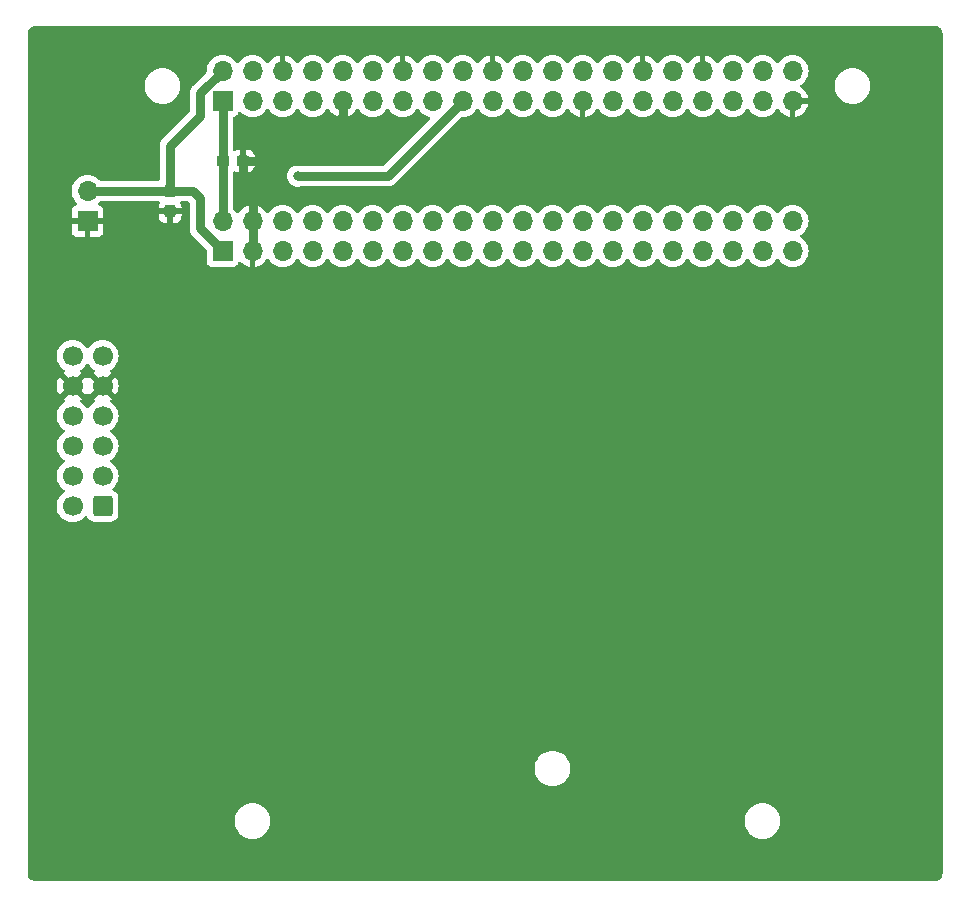
<source format=gtl>
G04 #@! TF.GenerationSoftware,KiCad,Pcbnew,7.0.11-7.0.11~ubuntu20.04.1*
G04 #@! TF.CreationDate,2024-08-17T18:13:05+02:00*
G04 #@! TF.ProjectId,kicad-kria-pi4-ext,6b696361-642d-46b7-9269-612d7069342d,1.0*
G04 #@! TF.SameCoordinates,Original*
G04 #@! TF.FileFunction,Copper,L1,Top*
G04 #@! TF.FilePolarity,Positive*
%FSLAX46Y46*%
G04 Gerber Fmt 4.6, Leading zero omitted, Abs format (unit mm)*
G04 Created by KiCad (PCBNEW 7.0.11-7.0.11~ubuntu20.04.1) date 2024-08-17 18:13:05*
%MOMM*%
%LPD*%
G01*
G04 APERTURE LIST*
G04 Aperture macros list*
%AMRoundRect*
0 Rectangle with rounded corners*
0 $1 Rounding radius*
0 $2 $3 $4 $5 $6 $7 $8 $9 X,Y pos of 4 corners*
0 Add a 4 corners polygon primitive as box body*
4,1,4,$2,$3,$4,$5,$6,$7,$8,$9,$2,$3,0*
0 Add four circle primitives for the rounded corners*
1,1,$1+$1,$2,$3*
1,1,$1+$1,$4,$5*
1,1,$1+$1,$6,$7*
1,1,$1+$1,$8,$9*
0 Add four rect primitives between the rounded corners*
20,1,$1+$1,$2,$3,$4,$5,0*
20,1,$1+$1,$4,$5,$6,$7,0*
20,1,$1+$1,$6,$7,$8,$9,0*
20,1,$1+$1,$8,$9,$2,$3,0*%
G04 Aperture macros list end*
G04 #@! TA.AperFunction,SMDPad,CuDef*
%ADD10RoundRect,0.237500X-0.300000X-0.237500X0.300000X-0.237500X0.300000X0.237500X-0.300000X0.237500X0*%
G04 #@! TD*
G04 #@! TA.AperFunction,SMDPad,CuDef*
%ADD11RoundRect,0.237500X-0.237500X0.300000X-0.237500X-0.300000X0.237500X-0.300000X0.237500X0.300000X0*%
G04 #@! TD*
G04 #@! TA.AperFunction,ComponentPad*
%ADD12R,1.700000X1.700000*%
G04 #@! TD*
G04 #@! TA.AperFunction,ComponentPad*
%ADD13O,1.700000X1.700000*%
G04 #@! TD*
G04 #@! TA.AperFunction,ComponentPad*
%ADD14RoundRect,0.250000X0.600000X0.600000X-0.600000X0.600000X-0.600000X-0.600000X0.600000X-0.600000X0*%
G04 #@! TD*
G04 #@! TA.AperFunction,ComponentPad*
%ADD15C,1.700000*%
G04 #@! TD*
G04 #@! TA.AperFunction,ViaPad*
%ADD16C,0.800000*%
G04 #@! TD*
G04 #@! TA.AperFunction,Conductor*
%ADD17C,0.750000*%
G04 #@! TD*
G04 APERTURE END LIST*
D10*
X101600000Y-55880000D03*
X103325000Y-55880000D03*
D11*
X97155000Y-58420000D03*
X97155000Y-60145000D03*
D12*
X90170000Y-60955000D03*
D13*
X90170000Y-58415000D03*
D12*
X101600000Y-63500000D03*
D13*
X101600000Y-60960000D03*
X104140000Y-63500000D03*
X104140000Y-60960000D03*
X106680000Y-63500000D03*
X106680000Y-60960000D03*
X109220000Y-63500000D03*
X109220000Y-60960000D03*
X111760000Y-63500000D03*
X111760000Y-60960000D03*
X114300000Y-63500000D03*
X114300000Y-60960000D03*
X116840000Y-63500000D03*
X116840000Y-60960000D03*
X119380000Y-63500000D03*
X119380000Y-60960000D03*
X121920000Y-63500000D03*
X121920000Y-60960000D03*
X124460000Y-63500000D03*
X124460000Y-60960000D03*
X127000000Y-63500000D03*
X127000000Y-60960000D03*
X129540000Y-63500000D03*
X129540000Y-60960000D03*
X132080000Y-63500000D03*
X132080000Y-60960000D03*
X134620000Y-63500000D03*
X134620000Y-60960000D03*
X137160000Y-63500000D03*
X137160000Y-60960000D03*
X139700000Y-63500000D03*
X139700000Y-60960000D03*
X142240000Y-63500000D03*
X142240000Y-60960000D03*
X144780000Y-63500000D03*
X144780000Y-60960000D03*
X147320000Y-63500000D03*
X147320000Y-60960000D03*
X149860000Y-63500000D03*
X149860000Y-60960000D03*
D14*
X91440000Y-85090000D03*
D15*
X88900000Y-85090000D03*
X91440000Y-82550000D03*
X88900000Y-82550000D03*
X91440000Y-80010000D03*
X88900000Y-80010000D03*
X91440000Y-77470000D03*
X88900000Y-77470000D03*
X91440000Y-74930000D03*
X88900000Y-74930000D03*
X91440000Y-72390000D03*
X88900000Y-72390000D03*
D12*
X101600000Y-50800000D03*
D13*
X101600000Y-48260000D03*
X104140000Y-50800000D03*
X104140000Y-48260000D03*
X106680000Y-50800000D03*
X106680000Y-48260000D03*
X109220000Y-50800000D03*
X109220000Y-48260000D03*
X111760000Y-50800000D03*
X111760000Y-48260000D03*
X114300000Y-50800000D03*
X114300000Y-48260000D03*
X116840000Y-50800000D03*
X116840000Y-48260000D03*
X119380000Y-50800000D03*
X119380000Y-48260000D03*
X121920000Y-50800000D03*
X121920000Y-48260000D03*
X124460000Y-50800000D03*
X124460000Y-48260000D03*
X127000000Y-50800000D03*
X127000000Y-48260000D03*
X129540000Y-50800000D03*
X129540000Y-48260000D03*
X132080000Y-50800000D03*
X132080000Y-48260000D03*
X134620000Y-50800000D03*
X134620000Y-48260000D03*
X137160000Y-50800000D03*
X137160000Y-48260000D03*
X139700000Y-50800000D03*
X139700000Y-48260000D03*
X142240000Y-50800000D03*
X142240000Y-48260000D03*
X144780000Y-50800000D03*
X144780000Y-48260000D03*
X147320000Y-50800000D03*
X147320000Y-48260000D03*
X149860000Y-50800000D03*
X149860000Y-48260000D03*
D16*
X97155000Y-61595000D03*
X107950000Y-57150000D03*
D17*
X99695000Y-61595000D02*
X99695000Y-59055000D01*
X99695000Y-52070000D02*
X97155000Y-54610000D01*
X99060000Y-58420000D02*
X97155000Y-58420000D01*
X97150000Y-58415000D02*
X97155000Y-58420000D01*
X90170000Y-58415000D02*
X97150000Y-58415000D01*
X101600000Y-63500000D02*
X99695000Y-61595000D01*
X99695000Y-59055000D02*
X99060000Y-58420000D01*
X97155000Y-54610000D02*
X97155000Y-58420000D01*
X99695000Y-50165000D02*
X99695000Y-52070000D01*
X101600000Y-48260000D02*
X99695000Y-50165000D01*
X103325000Y-55880000D02*
X103325000Y-57605000D01*
X104140000Y-60960000D02*
X104140000Y-63500000D01*
X103325000Y-57605000D02*
X104140000Y-58420000D01*
X111760000Y-50800000D02*
X111760000Y-52070000D01*
X107950000Y-55880000D02*
X103325000Y-55880000D01*
X104140000Y-58420000D02*
X104140000Y-60960000D01*
X111760000Y-52070000D02*
X107950000Y-55880000D01*
X101600000Y-50800000D02*
X101600000Y-55880000D01*
X107950000Y-57150000D02*
X115570000Y-57150000D01*
X101600000Y-60960000D02*
X101600000Y-55880000D01*
X115570000Y-57150000D02*
X121920000Y-50800000D01*
G04 #@! TA.AperFunction,Conductor*
G36*
X90980507Y-75139844D02*
G01*
X91058239Y-75260798D01*
X91166900Y-75354952D01*
X91297685Y-75414680D01*
X91307466Y-75416086D01*
X90678625Y-76044925D01*
X90754594Y-76098119D01*
X90798219Y-76152696D01*
X90805413Y-76222194D01*
X90773890Y-76284549D01*
X90754595Y-76301269D01*
X90568594Y-76431508D01*
X90401505Y-76598597D01*
X90271575Y-76784158D01*
X90216998Y-76827783D01*
X90147500Y-76834977D01*
X90085145Y-76803454D01*
X90068425Y-76784158D01*
X89938494Y-76598597D01*
X89771402Y-76431506D01*
X89771401Y-76431505D01*
X89585405Y-76301269D01*
X89541781Y-76246692D01*
X89534588Y-76177193D01*
X89566110Y-76114839D01*
X89585405Y-76098119D01*
X89661373Y-76044925D01*
X89032533Y-75416086D01*
X89042315Y-75414680D01*
X89173100Y-75354952D01*
X89281761Y-75260798D01*
X89359493Y-75139844D01*
X89383076Y-75059524D01*
X90014925Y-75691373D01*
X90068425Y-75614968D01*
X90123002Y-75571344D01*
X90192501Y-75564151D01*
X90254855Y-75595673D01*
X90271576Y-75614969D01*
X90325073Y-75691372D01*
X90956922Y-75059523D01*
X90980507Y-75139844D01*
G37*
G04 #@! TD.AperFunction*
G04 #@! TA.AperFunction,Conductor*
G36*
X90254855Y-73056546D02*
G01*
X90271575Y-73075842D01*
X90401500Y-73261395D01*
X90401505Y-73261401D01*
X90568599Y-73428495D01*
X90754594Y-73558730D01*
X90798218Y-73613307D01*
X90805411Y-73682806D01*
X90773889Y-73745160D01*
X90754593Y-73761880D01*
X90678626Y-73815072D01*
X90678625Y-73815072D01*
X91307466Y-74443913D01*
X91297685Y-74445320D01*
X91166900Y-74505048D01*
X91058239Y-74599202D01*
X90980507Y-74720156D01*
X90956923Y-74800476D01*
X90325072Y-74168625D01*
X90325072Y-74168626D01*
X90271574Y-74245030D01*
X90216998Y-74288655D01*
X90147499Y-74295849D01*
X90085144Y-74264326D01*
X90068424Y-74245030D01*
X90014925Y-74168626D01*
X90014925Y-74168625D01*
X89383076Y-74800475D01*
X89359493Y-74720156D01*
X89281761Y-74599202D01*
X89173100Y-74505048D01*
X89042315Y-74445320D01*
X89032533Y-74443913D01*
X89661373Y-73815073D01*
X89661373Y-73815072D01*
X89585405Y-73761880D01*
X89541780Y-73707304D01*
X89534586Y-73637805D01*
X89566108Y-73575451D01*
X89585399Y-73558734D01*
X89771401Y-73428495D01*
X89938495Y-73261401D01*
X90068425Y-73075842D01*
X90123002Y-73032217D01*
X90192500Y-73025023D01*
X90254855Y-73056546D01*
G37*
G04 #@! TD.AperFunction*
G04 #@! TA.AperFunction,Conductor*
G36*
X104390000Y-63064498D02*
G01*
X104282315Y-63015320D01*
X104175763Y-63000000D01*
X104104237Y-63000000D01*
X103997685Y-63015320D01*
X103890000Y-63064498D01*
X103890000Y-61395501D01*
X103997685Y-61444680D01*
X104104237Y-61460000D01*
X104175763Y-61460000D01*
X104282315Y-61444680D01*
X104390000Y-61395501D01*
X104390000Y-63064498D01*
G37*
G04 #@! TD.AperFunction*
G04 #@! TA.AperFunction,Conductor*
G36*
X161931912Y-44451278D02*
G01*
X161950299Y-44453350D01*
X161952404Y-44453607D01*
X162063499Y-44468233D01*
X162088249Y-44474126D01*
X162130803Y-44489017D01*
X162137255Y-44491480D01*
X162210533Y-44521833D01*
X162229028Y-44531387D01*
X162271975Y-44558372D01*
X162281481Y-44564985D01*
X162340274Y-44610098D01*
X162352469Y-44620793D01*
X162389205Y-44657529D01*
X162399900Y-44669724D01*
X162445013Y-44728517D01*
X162451630Y-44738029D01*
X162478607Y-44780962D01*
X162488172Y-44799478D01*
X162518510Y-44872722D01*
X162520990Y-44879219D01*
X162535869Y-44921740D01*
X162541767Y-44946510D01*
X162556381Y-45057517D01*
X162556661Y-45059801D01*
X162558720Y-45078085D01*
X162559500Y-45091959D01*
X162559500Y-116198039D01*
X162558721Y-116211915D01*
X162557239Y-116225065D01*
X162556662Y-116230186D01*
X162556381Y-116232481D01*
X162541767Y-116343488D01*
X162535869Y-116368258D01*
X162520990Y-116410779D01*
X162518510Y-116417276D01*
X162488172Y-116490520D01*
X162478604Y-116509042D01*
X162451630Y-116551969D01*
X162445013Y-116561481D01*
X162399900Y-116620274D01*
X162389205Y-116632469D01*
X162352469Y-116669205D01*
X162340274Y-116679900D01*
X162281481Y-116725013D01*
X162271969Y-116731630D01*
X162229042Y-116758604D01*
X162210520Y-116768172D01*
X162137276Y-116798510D01*
X162130779Y-116800990D01*
X162088258Y-116815869D01*
X162063488Y-116821767D01*
X161952481Y-116836381D01*
X161950187Y-116836662D01*
X161947503Y-116836964D01*
X161931914Y-116838720D01*
X161918040Y-116839500D01*
X85731960Y-116839500D01*
X85718083Y-116838720D01*
X85703203Y-116837044D01*
X85699813Y-116836662D01*
X85697517Y-116836381D01*
X85586510Y-116821767D01*
X85561740Y-116815869D01*
X85519219Y-116800990D01*
X85512722Y-116798510D01*
X85462748Y-116777810D01*
X85439475Y-116768170D01*
X85420962Y-116758607D01*
X85378029Y-116731630D01*
X85368517Y-116725013D01*
X85309724Y-116679900D01*
X85297529Y-116669205D01*
X85260793Y-116632469D01*
X85250098Y-116620274D01*
X85204985Y-116561481D01*
X85198368Y-116551969D01*
X85171387Y-116509028D01*
X85161833Y-116490533D01*
X85131480Y-116417255D01*
X85129017Y-116410803D01*
X85114126Y-116368249D01*
X85108233Y-116343499D01*
X85093607Y-116232404D01*
X85093350Y-116230299D01*
X85091278Y-116211912D01*
X85090500Y-116198037D01*
X85090500Y-111884334D01*
X102639500Y-111884334D01*
X102680429Y-112129616D01*
X102761169Y-112364802D01*
X102761172Y-112364811D01*
X102879524Y-112583506D01*
X102879526Y-112583509D01*
X103032262Y-112779744D01*
X103191744Y-112926557D01*
X103215217Y-112948166D01*
X103423393Y-113084173D01*
X103651118Y-113184063D01*
X103892175Y-113245107D01*
X103892179Y-113245108D01*
X103892181Y-113245108D01*
X103892186Y-113245109D01*
X104045589Y-113257819D01*
X104077933Y-113260500D01*
X104077937Y-113260500D01*
X104202063Y-113260500D01*
X104202067Y-113260500D01*
X104264677Y-113255311D01*
X104387813Y-113245109D01*
X104387816Y-113245108D01*
X104387821Y-113245108D01*
X104628881Y-113184063D01*
X104856607Y-113084173D01*
X105064785Y-112948164D01*
X105247738Y-112779744D01*
X105400474Y-112583509D01*
X105518828Y-112364810D01*
X105599571Y-112129614D01*
X105640500Y-111884335D01*
X105640500Y-111884334D01*
X145819500Y-111884334D01*
X145860429Y-112129616D01*
X145941169Y-112364802D01*
X145941172Y-112364811D01*
X146059524Y-112583506D01*
X146059526Y-112583509D01*
X146212262Y-112779744D01*
X146371744Y-112926557D01*
X146395217Y-112948166D01*
X146603393Y-113084173D01*
X146831118Y-113184063D01*
X147072175Y-113245107D01*
X147072179Y-113245108D01*
X147072181Y-113245108D01*
X147072186Y-113245109D01*
X147225589Y-113257819D01*
X147257933Y-113260500D01*
X147257937Y-113260500D01*
X147382063Y-113260500D01*
X147382067Y-113260500D01*
X147444677Y-113255311D01*
X147567813Y-113245109D01*
X147567816Y-113245108D01*
X147567821Y-113245108D01*
X147808881Y-113184063D01*
X148036607Y-113084173D01*
X148244785Y-112948164D01*
X148427738Y-112779744D01*
X148580474Y-112583509D01*
X148698828Y-112364810D01*
X148779571Y-112129614D01*
X148820500Y-111884335D01*
X148820500Y-111635665D01*
X148779571Y-111390386D01*
X148698828Y-111155190D01*
X148580474Y-110936491D01*
X148427738Y-110740256D01*
X148244785Y-110571836D01*
X148244782Y-110571833D01*
X148036606Y-110435826D01*
X147808881Y-110335936D01*
X147567824Y-110274892D01*
X147567813Y-110274890D01*
X147382077Y-110259500D01*
X147382067Y-110259500D01*
X147257933Y-110259500D01*
X147257922Y-110259500D01*
X147072186Y-110274890D01*
X147072175Y-110274892D01*
X146831118Y-110335936D01*
X146603393Y-110435826D01*
X146395217Y-110571833D01*
X146212261Y-110740257D01*
X146059524Y-110936493D01*
X145941172Y-111155188D01*
X145941169Y-111155197D01*
X145860429Y-111390383D01*
X145819500Y-111635665D01*
X145819500Y-111884334D01*
X105640500Y-111884334D01*
X105640500Y-111635665D01*
X105599571Y-111390386D01*
X105518828Y-111155190D01*
X105400474Y-110936491D01*
X105247738Y-110740256D01*
X105064785Y-110571836D01*
X105064782Y-110571833D01*
X104856606Y-110435826D01*
X104628881Y-110335936D01*
X104387824Y-110274892D01*
X104387813Y-110274890D01*
X104202077Y-110259500D01*
X104202067Y-110259500D01*
X104077933Y-110259500D01*
X104077922Y-110259500D01*
X103892186Y-110274890D01*
X103892175Y-110274892D01*
X103651118Y-110335936D01*
X103423393Y-110435826D01*
X103215217Y-110571833D01*
X103032261Y-110740257D01*
X102879524Y-110936493D01*
X102761172Y-111155188D01*
X102761169Y-111155197D01*
X102680429Y-111390383D01*
X102639500Y-111635665D01*
X102639500Y-111884334D01*
X85090500Y-111884334D01*
X85090500Y-107439334D01*
X128039500Y-107439334D01*
X128080429Y-107684616D01*
X128161169Y-107919802D01*
X128161172Y-107919811D01*
X128279524Y-108138506D01*
X128279526Y-108138509D01*
X128432262Y-108334744D01*
X128591744Y-108481557D01*
X128615217Y-108503166D01*
X128823393Y-108639173D01*
X129051118Y-108739063D01*
X129292175Y-108800107D01*
X129292179Y-108800108D01*
X129292181Y-108800108D01*
X129292186Y-108800109D01*
X129445589Y-108812819D01*
X129477933Y-108815500D01*
X129477937Y-108815500D01*
X129602063Y-108815500D01*
X129602067Y-108815500D01*
X129664677Y-108810311D01*
X129787813Y-108800109D01*
X129787816Y-108800108D01*
X129787821Y-108800108D01*
X130028881Y-108739063D01*
X130256607Y-108639173D01*
X130464785Y-108503164D01*
X130647738Y-108334744D01*
X130800474Y-108138509D01*
X130918828Y-107919810D01*
X130999571Y-107684614D01*
X131040500Y-107439335D01*
X131040500Y-107190665D01*
X130999571Y-106945386D01*
X130918828Y-106710190D01*
X130800474Y-106491491D01*
X130647738Y-106295256D01*
X130464785Y-106126836D01*
X130464782Y-106126833D01*
X130256606Y-105990826D01*
X130028881Y-105890936D01*
X129787824Y-105829892D01*
X129787813Y-105829890D01*
X129602077Y-105814500D01*
X129602067Y-105814500D01*
X129477933Y-105814500D01*
X129477922Y-105814500D01*
X129292186Y-105829890D01*
X129292175Y-105829892D01*
X129051118Y-105890936D01*
X128823393Y-105990826D01*
X128615217Y-106126833D01*
X128432261Y-106295257D01*
X128279524Y-106491493D01*
X128161172Y-106710188D01*
X128161169Y-106710197D01*
X128080429Y-106945383D01*
X128039500Y-107190665D01*
X128039500Y-107439334D01*
X85090500Y-107439334D01*
X85090500Y-85090000D01*
X87544341Y-85090000D01*
X87564936Y-85325403D01*
X87564938Y-85325413D01*
X87626094Y-85553655D01*
X87626096Y-85553659D01*
X87626097Y-85553663D01*
X87710499Y-85734663D01*
X87725965Y-85767830D01*
X87725967Y-85767834D01*
X87832670Y-85920220D01*
X87861505Y-85961401D01*
X88028599Y-86128495D01*
X88071675Y-86158657D01*
X88222165Y-86264032D01*
X88222167Y-86264033D01*
X88222170Y-86264035D01*
X88436337Y-86363903D01*
X88664592Y-86425063D01*
X88841034Y-86440500D01*
X88899999Y-86445659D01*
X88900000Y-86445659D01*
X88900001Y-86445659D01*
X88958966Y-86440500D01*
X89135408Y-86425063D01*
X89363663Y-86363903D01*
X89577830Y-86264035D01*
X89771401Y-86128495D01*
X89938495Y-85961401D01*
X89938504Y-85961388D01*
X89939636Y-85960040D01*
X89940293Y-85959602D01*
X89942323Y-85957573D01*
X89942730Y-85957980D01*
X89997805Y-85921334D01*
X90067666Y-85920220D01*
X90127038Y-85957053D01*
X90152335Y-86000733D01*
X90155186Y-86009334D01*
X90247288Y-86158656D01*
X90371344Y-86282712D01*
X90520666Y-86374814D01*
X90687203Y-86429999D01*
X90789991Y-86440500D01*
X92090008Y-86440499D01*
X92192797Y-86429999D01*
X92359334Y-86374814D01*
X92508656Y-86282712D01*
X92632712Y-86158656D01*
X92724814Y-86009334D01*
X92779999Y-85842797D01*
X92790500Y-85740009D01*
X92790499Y-84439992D01*
X92779999Y-84337203D01*
X92724814Y-84170666D01*
X92632712Y-84021344D01*
X92508656Y-83897288D01*
X92415888Y-83840069D01*
X92359336Y-83805187D01*
X92359331Y-83805185D01*
X92359215Y-83805146D01*
X92350733Y-83802336D01*
X92293290Y-83762564D01*
X92266467Y-83698048D01*
X92278782Y-83629272D01*
X92307767Y-83592517D01*
X92307573Y-83592323D01*
X92309219Y-83590676D01*
X92310040Y-83589636D01*
X92311388Y-83588504D01*
X92311401Y-83588495D01*
X92478495Y-83421401D01*
X92614035Y-83227830D01*
X92713903Y-83013663D01*
X92775063Y-82785408D01*
X92795659Y-82550000D01*
X92775063Y-82314592D01*
X92713903Y-82086337D01*
X92614035Y-81872171D01*
X92608425Y-81864158D01*
X92478494Y-81678597D01*
X92311402Y-81511506D01*
X92311396Y-81511501D01*
X92125842Y-81381575D01*
X92082217Y-81326998D01*
X92075023Y-81257500D01*
X92106546Y-81195145D01*
X92125842Y-81178425D01*
X92148026Y-81162891D01*
X92311401Y-81048495D01*
X92478495Y-80881401D01*
X92614035Y-80687830D01*
X92713903Y-80473663D01*
X92775063Y-80245408D01*
X92795659Y-80010000D01*
X92775063Y-79774592D01*
X92713903Y-79546337D01*
X92614035Y-79332171D01*
X92608425Y-79324158D01*
X92478494Y-79138597D01*
X92311402Y-78971506D01*
X92311396Y-78971501D01*
X92125842Y-78841575D01*
X92082217Y-78786998D01*
X92075023Y-78717500D01*
X92106546Y-78655145D01*
X92125842Y-78638425D01*
X92148026Y-78622891D01*
X92311401Y-78508495D01*
X92478495Y-78341401D01*
X92614035Y-78147830D01*
X92713903Y-77933663D01*
X92775063Y-77705408D01*
X92795659Y-77470000D01*
X92775063Y-77234592D01*
X92713903Y-77006337D01*
X92614035Y-76792171D01*
X92608425Y-76784158D01*
X92478494Y-76598597D01*
X92311402Y-76431506D01*
X92311401Y-76431505D01*
X92125405Y-76301269D01*
X92081781Y-76246692D01*
X92074588Y-76177193D01*
X92106110Y-76114839D01*
X92125405Y-76098119D01*
X92201373Y-76044925D01*
X91572533Y-75416086D01*
X91582315Y-75414680D01*
X91713100Y-75354952D01*
X91821761Y-75260798D01*
X91899493Y-75139844D01*
X91923076Y-75059524D01*
X92554925Y-75691373D01*
X92554926Y-75691373D01*
X92613598Y-75607582D01*
X92613600Y-75607578D01*
X92713429Y-75393492D01*
X92713433Y-75393483D01*
X92774567Y-75165326D01*
X92774569Y-75165315D01*
X92795157Y-74930001D01*
X92795157Y-74929998D01*
X92774569Y-74694684D01*
X92774567Y-74694673D01*
X92713433Y-74466516D01*
X92713429Y-74466507D01*
X92613600Y-74252423D01*
X92613599Y-74252421D01*
X92554925Y-74168626D01*
X92554925Y-74168625D01*
X91923076Y-74800475D01*
X91899493Y-74720156D01*
X91821761Y-74599202D01*
X91713100Y-74505048D01*
X91582315Y-74445320D01*
X91572533Y-74443913D01*
X92201373Y-73815073D01*
X92201373Y-73815072D01*
X92125405Y-73761880D01*
X92081780Y-73707304D01*
X92074586Y-73637805D01*
X92106108Y-73575451D01*
X92125399Y-73558734D01*
X92311401Y-73428495D01*
X92478495Y-73261401D01*
X92614035Y-73067830D01*
X92713903Y-72853663D01*
X92775063Y-72625408D01*
X92795659Y-72390000D01*
X92775063Y-72154592D01*
X92713903Y-71926337D01*
X92614035Y-71712171D01*
X92608425Y-71704158D01*
X92478494Y-71518597D01*
X92311402Y-71351506D01*
X92311395Y-71351501D01*
X92117834Y-71215967D01*
X92117830Y-71215965D01*
X92117828Y-71215964D01*
X91903663Y-71116097D01*
X91903659Y-71116096D01*
X91903655Y-71116094D01*
X91675413Y-71054938D01*
X91675403Y-71054936D01*
X91440001Y-71034341D01*
X91439999Y-71034341D01*
X91204596Y-71054936D01*
X91204586Y-71054938D01*
X90976344Y-71116094D01*
X90976335Y-71116098D01*
X90762171Y-71215964D01*
X90762169Y-71215965D01*
X90568597Y-71351505D01*
X90401505Y-71518597D01*
X90271575Y-71704158D01*
X90216998Y-71747783D01*
X90147500Y-71754977D01*
X90085145Y-71723454D01*
X90068425Y-71704158D01*
X89938494Y-71518597D01*
X89771402Y-71351506D01*
X89771395Y-71351501D01*
X89577834Y-71215967D01*
X89577830Y-71215965D01*
X89577828Y-71215964D01*
X89363663Y-71116097D01*
X89363659Y-71116096D01*
X89363655Y-71116094D01*
X89135413Y-71054938D01*
X89135403Y-71054936D01*
X88900001Y-71034341D01*
X88899999Y-71034341D01*
X88664596Y-71054936D01*
X88664586Y-71054938D01*
X88436344Y-71116094D01*
X88436335Y-71116098D01*
X88222171Y-71215964D01*
X88222169Y-71215965D01*
X88028597Y-71351505D01*
X87861505Y-71518597D01*
X87725965Y-71712169D01*
X87725964Y-71712171D01*
X87626098Y-71926335D01*
X87626094Y-71926344D01*
X87564938Y-72154586D01*
X87564936Y-72154596D01*
X87544341Y-72389999D01*
X87544341Y-72390000D01*
X87564936Y-72625403D01*
X87564938Y-72625413D01*
X87626094Y-72853655D01*
X87626096Y-72853659D01*
X87626097Y-72853663D01*
X87630000Y-72862032D01*
X87725965Y-73067830D01*
X87725967Y-73067834D01*
X87834281Y-73222521D01*
X87861505Y-73261401D01*
X88028599Y-73428495D01*
X88214594Y-73558730D01*
X88258218Y-73613307D01*
X88265411Y-73682806D01*
X88233889Y-73745160D01*
X88214593Y-73761880D01*
X88138626Y-73815072D01*
X88138625Y-73815072D01*
X88767466Y-74443913D01*
X88757685Y-74445320D01*
X88626900Y-74505048D01*
X88518239Y-74599202D01*
X88440507Y-74720156D01*
X88416923Y-74800476D01*
X87785072Y-74168625D01*
X87726401Y-74252419D01*
X87626570Y-74466507D01*
X87626566Y-74466516D01*
X87565432Y-74694673D01*
X87565430Y-74694684D01*
X87544843Y-74929998D01*
X87544843Y-74930001D01*
X87565430Y-75165315D01*
X87565432Y-75165326D01*
X87626566Y-75393483D01*
X87626570Y-75393492D01*
X87726400Y-75607579D01*
X87726402Y-75607583D01*
X87785072Y-75691373D01*
X87785073Y-75691373D01*
X88416923Y-75059523D01*
X88440507Y-75139844D01*
X88518239Y-75260798D01*
X88626900Y-75354952D01*
X88757685Y-75414680D01*
X88767466Y-75416086D01*
X88138625Y-76044925D01*
X88214594Y-76098119D01*
X88258219Y-76152696D01*
X88265413Y-76222194D01*
X88233890Y-76284549D01*
X88214595Y-76301269D01*
X88028594Y-76431508D01*
X87861505Y-76598597D01*
X87725965Y-76792169D01*
X87725964Y-76792171D01*
X87626098Y-77006335D01*
X87626094Y-77006344D01*
X87564938Y-77234586D01*
X87564936Y-77234596D01*
X87544341Y-77469999D01*
X87544341Y-77470000D01*
X87564936Y-77705403D01*
X87564938Y-77705413D01*
X87626094Y-77933655D01*
X87626096Y-77933659D01*
X87626097Y-77933663D01*
X87630000Y-77942032D01*
X87725965Y-78147830D01*
X87725967Y-78147834D01*
X87834281Y-78302521D01*
X87861501Y-78341396D01*
X87861506Y-78341402D01*
X88028597Y-78508493D01*
X88028603Y-78508498D01*
X88214158Y-78638425D01*
X88257783Y-78693002D01*
X88264977Y-78762500D01*
X88233454Y-78824855D01*
X88214158Y-78841575D01*
X88028597Y-78971505D01*
X87861505Y-79138597D01*
X87725965Y-79332169D01*
X87725964Y-79332171D01*
X87626098Y-79546335D01*
X87626094Y-79546344D01*
X87564938Y-79774586D01*
X87564936Y-79774596D01*
X87544341Y-80009999D01*
X87544341Y-80010000D01*
X87564936Y-80245403D01*
X87564938Y-80245413D01*
X87626094Y-80473655D01*
X87626096Y-80473659D01*
X87626097Y-80473663D01*
X87630000Y-80482032D01*
X87725965Y-80687830D01*
X87725967Y-80687834D01*
X87834281Y-80842521D01*
X87861501Y-80881396D01*
X87861506Y-80881402D01*
X88028597Y-81048493D01*
X88028603Y-81048498D01*
X88214158Y-81178425D01*
X88257783Y-81233002D01*
X88264977Y-81302500D01*
X88233454Y-81364855D01*
X88214158Y-81381575D01*
X88028597Y-81511505D01*
X87861505Y-81678597D01*
X87725965Y-81872169D01*
X87725964Y-81872171D01*
X87626098Y-82086335D01*
X87626094Y-82086344D01*
X87564938Y-82314586D01*
X87564936Y-82314596D01*
X87544341Y-82549999D01*
X87544341Y-82550000D01*
X87564936Y-82785403D01*
X87564938Y-82785413D01*
X87626094Y-83013655D01*
X87626096Y-83013659D01*
X87626097Y-83013663D01*
X87630000Y-83022032D01*
X87725965Y-83227830D01*
X87725967Y-83227834D01*
X87834281Y-83382521D01*
X87861501Y-83421396D01*
X87861506Y-83421402D01*
X88028597Y-83588493D01*
X88028603Y-83588498D01*
X88214158Y-83718425D01*
X88257783Y-83773002D01*
X88264977Y-83842500D01*
X88233454Y-83904855D01*
X88214158Y-83921575D01*
X88028597Y-84051505D01*
X87861505Y-84218597D01*
X87725965Y-84412169D01*
X87725964Y-84412171D01*
X87626098Y-84626335D01*
X87626094Y-84626344D01*
X87564938Y-84854586D01*
X87564936Y-84854596D01*
X87544341Y-85089999D01*
X87544341Y-85090000D01*
X85090500Y-85090000D01*
X85090500Y-58415000D01*
X88814341Y-58415000D01*
X88834936Y-58650403D01*
X88834938Y-58650413D01*
X88896094Y-58878655D01*
X88896096Y-58878659D01*
X88896097Y-58878663D01*
X88928680Y-58948537D01*
X88995965Y-59092830D01*
X88995967Y-59092834D01*
X89131501Y-59286395D01*
X89131506Y-59286402D01*
X89253818Y-59408714D01*
X89287303Y-59470037D01*
X89282319Y-59539729D01*
X89240447Y-59595662D01*
X89209471Y-59612577D01*
X89077912Y-59661646D01*
X89077906Y-59661649D01*
X88962812Y-59747809D01*
X88962809Y-59747812D01*
X88876649Y-59862906D01*
X88876645Y-59862913D01*
X88826403Y-59997620D01*
X88826401Y-59997627D01*
X88820000Y-60057155D01*
X88820000Y-60705000D01*
X89736314Y-60705000D01*
X89710507Y-60745156D01*
X89670000Y-60883111D01*
X89670000Y-61026889D01*
X89710507Y-61164844D01*
X89736314Y-61205000D01*
X88820000Y-61205000D01*
X88820000Y-61852844D01*
X88826401Y-61912372D01*
X88826403Y-61912379D01*
X88876645Y-62047086D01*
X88876649Y-62047093D01*
X88962809Y-62162187D01*
X88962812Y-62162190D01*
X89077906Y-62248350D01*
X89077913Y-62248354D01*
X89212620Y-62298596D01*
X89212627Y-62298598D01*
X89272155Y-62304999D01*
X89272172Y-62305000D01*
X89920000Y-62305000D01*
X89920000Y-61390501D01*
X90027685Y-61439680D01*
X90134237Y-61455000D01*
X90205763Y-61455000D01*
X90312315Y-61439680D01*
X90420000Y-61390501D01*
X90420000Y-62305000D01*
X91067828Y-62305000D01*
X91067844Y-62304999D01*
X91127372Y-62298598D01*
X91127379Y-62298596D01*
X91262086Y-62248354D01*
X91262093Y-62248350D01*
X91377187Y-62162190D01*
X91377190Y-62162187D01*
X91463350Y-62047093D01*
X91463354Y-62047086D01*
X91513596Y-61912379D01*
X91513598Y-61912372D01*
X91519999Y-61852844D01*
X91520000Y-61852827D01*
X91520000Y-61205000D01*
X90603686Y-61205000D01*
X90629493Y-61164844D01*
X90670000Y-61026889D01*
X90670000Y-60883111D01*
X90629493Y-60745156D01*
X90603686Y-60705000D01*
X91520000Y-60705000D01*
X91520000Y-60395000D01*
X96180001Y-60395000D01*
X96180001Y-60494154D01*
X96190319Y-60595152D01*
X96244546Y-60758800D01*
X96244551Y-60758811D01*
X96335052Y-60905534D01*
X96335055Y-60905538D01*
X96456961Y-61027444D01*
X96456965Y-61027447D01*
X96603688Y-61117948D01*
X96603699Y-61117953D01*
X96767347Y-61172180D01*
X96868352Y-61182499D01*
X96905000Y-61182499D01*
X96905000Y-60395000D01*
X97405000Y-60395000D01*
X97405000Y-61182499D01*
X97441640Y-61182499D01*
X97441654Y-61182498D01*
X97542652Y-61172180D01*
X97706300Y-61117953D01*
X97706311Y-61117948D01*
X97853034Y-61027447D01*
X97853038Y-61027444D01*
X97974944Y-60905538D01*
X97974947Y-60905534D01*
X98065448Y-60758811D01*
X98065453Y-60758800D01*
X98119680Y-60595152D01*
X98129999Y-60494154D01*
X98130000Y-60494141D01*
X98130000Y-60395000D01*
X97405000Y-60395000D01*
X96905000Y-60395000D01*
X96180001Y-60395000D01*
X91520000Y-60395000D01*
X91520000Y-60057172D01*
X91519999Y-60057155D01*
X91513598Y-59997627D01*
X91513596Y-59997620D01*
X91463354Y-59862913D01*
X91463350Y-59862906D01*
X91377190Y-59747812D01*
X91377187Y-59747809D01*
X91262093Y-59661649D01*
X91262088Y-59661646D01*
X91130528Y-59612577D01*
X91074595Y-59570705D01*
X91050178Y-59505241D01*
X91065030Y-59436968D01*
X91086175Y-59408720D01*
X91168079Y-59326816D01*
X91229401Y-59293334D01*
X91255758Y-59290500D01*
X96170836Y-59290500D01*
X96237875Y-59310185D01*
X96283630Y-59362989D01*
X96293574Y-59432147D01*
X96276374Y-59479597D01*
X96244551Y-59531188D01*
X96244546Y-59531199D01*
X96190319Y-59694847D01*
X96180000Y-59795845D01*
X96180000Y-59895000D01*
X98129999Y-59895000D01*
X98129999Y-59795860D01*
X98129998Y-59795845D01*
X98119680Y-59694847D01*
X98065453Y-59531199D01*
X98065448Y-59531188D01*
X98036710Y-59484597D01*
X98018269Y-59417205D01*
X98039191Y-59350541D01*
X98092833Y-59305772D01*
X98142248Y-59295500D01*
X98645994Y-59295500D01*
X98713033Y-59315185D01*
X98733675Y-59331819D01*
X98783181Y-59381325D01*
X98816666Y-59442648D01*
X98819500Y-59469006D01*
X98819500Y-61554378D01*
X98819091Y-61564442D01*
X98814660Y-61618845D01*
X98825688Y-61699790D01*
X98826096Y-61703120D01*
X98834927Y-61784316D01*
X98834929Y-61784327D01*
X98834990Y-61784506D01*
X98840340Y-61807331D01*
X98840366Y-61807525D01*
X98840369Y-61807537D01*
X98868540Y-61884219D01*
X98869655Y-61887385D01*
X98895731Y-61964776D01*
X98895734Y-61964782D01*
X98895832Y-61964945D01*
X98905969Y-61986099D01*
X98906036Y-61986283D01*
X98906040Y-61986290D01*
X98950046Y-62055139D01*
X98951815Y-62057990D01*
X98993912Y-62127955D01*
X98994042Y-62128092D01*
X99008492Y-62146575D01*
X99008600Y-62146744D01*
X99066395Y-62204539D01*
X99068702Y-62206910D01*
X99124866Y-62266203D01*
X99124868Y-62266204D01*
X99124871Y-62266207D01*
X99125028Y-62266314D01*
X99143121Y-62281265D01*
X100213181Y-63351325D01*
X100246666Y-63412648D01*
X100249500Y-63439006D01*
X100249500Y-64397870D01*
X100249501Y-64397876D01*
X100255908Y-64457483D01*
X100306202Y-64592328D01*
X100306206Y-64592335D01*
X100392452Y-64707544D01*
X100392455Y-64707547D01*
X100507664Y-64793793D01*
X100507671Y-64793797D01*
X100642517Y-64844091D01*
X100642516Y-64844091D01*
X100649444Y-64844835D01*
X100702127Y-64850500D01*
X102497872Y-64850499D01*
X102557483Y-64844091D01*
X102692331Y-64793796D01*
X102807546Y-64707546D01*
X102893796Y-64592331D01*
X102943002Y-64460401D01*
X102984872Y-64404468D01*
X103050337Y-64380050D01*
X103118610Y-64394901D01*
X103146865Y-64416053D01*
X103268917Y-64538105D01*
X103462421Y-64673600D01*
X103676507Y-64773429D01*
X103676516Y-64773433D01*
X103890000Y-64830634D01*
X103890000Y-63935501D01*
X103997685Y-63984680D01*
X104104237Y-64000000D01*
X104175763Y-64000000D01*
X104282315Y-63984680D01*
X104390000Y-63935501D01*
X104390000Y-64830634D01*
X104603483Y-64773433D01*
X104603492Y-64773429D01*
X104817578Y-64673600D01*
X105011082Y-64538105D01*
X105178105Y-64371082D01*
X105308119Y-64185405D01*
X105362696Y-64141781D01*
X105432195Y-64134588D01*
X105494549Y-64166110D01*
X105511269Y-64185405D01*
X105641505Y-64371401D01*
X105808599Y-64538495D01*
X105905384Y-64606265D01*
X106002165Y-64674032D01*
X106002167Y-64674033D01*
X106002170Y-64674035D01*
X106216337Y-64773903D01*
X106444592Y-64835063D01*
X106621034Y-64850500D01*
X106679999Y-64855659D01*
X106680000Y-64855659D01*
X106680001Y-64855659D01*
X106738966Y-64850500D01*
X106915408Y-64835063D01*
X107143663Y-64773903D01*
X107357830Y-64674035D01*
X107551401Y-64538495D01*
X107718495Y-64371401D01*
X107848425Y-64185842D01*
X107903002Y-64142217D01*
X107972500Y-64135023D01*
X108034855Y-64166546D01*
X108051575Y-64185842D01*
X108181500Y-64371395D01*
X108181505Y-64371401D01*
X108348599Y-64538495D01*
X108445384Y-64606265D01*
X108542165Y-64674032D01*
X108542167Y-64674033D01*
X108542170Y-64674035D01*
X108756337Y-64773903D01*
X108984592Y-64835063D01*
X109161034Y-64850500D01*
X109219999Y-64855659D01*
X109220000Y-64855659D01*
X109220001Y-64855659D01*
X109278966Y-64850500D01*
X109455408Y-64835063D01*
X109683663Y-64773903D01*
X109897830Y-64674035D01*
X110091401Y-64538495D01*
X110258495Y-64371401D01*
X110388425Y-64185842D01*
X110443002Y-64142217D01*
X110512500Y-64135023D01*
X110574855Y-64166546D01*
X110591575Y-64185842D01*
X110721500Y-64371395D01*
X110721505Y-64371401D01*
X110888599Y-64538495D01*
X110985384Y-64606265D01*
X111082165Y-64674032D01*
X111082167Y-64674033D01*
X111082170Y-64674035D01*
X111296337Y-64773903D01*
X111524592Y-64835063D01*
X111701034Y-64850500D01*
X111759999Y-64855659D01*
X111760000Y-64855659D01*
X111760001Y-64855659D01*
X111818966Y-64850500D01*
X111995408Y-64835063D01*
X112223663Y-64773903D01*
X112437830Y-64674035D01*
X112631401Y-64538495D01*
X112798495Y-64371401D01*
X112928425Y-64185842D01*
X112983002Y-64142217D01*
X113052500Y-64135023D01*
X113114855Y-64166546D01*
X113131575Y-64185842D01*
X113261500Y-64371395D01*
X113261505Y-64371401D01*
X113428599Y-64538495D01*
X113525384Y-64606265D01*
X113622165Y-64674032D01*
X113622167Y-64674033D01*
X113622170Y-64674035D01*
X113836337Y-64773903D01*
X114064592Y-64835063D01*
X114241034Y-64850500D01*
X114299999Y-64855659D01*
X114300000Y-64855659D01*
X114300001Y-64855659D01*
X114358966Y-64850500D01*
X114535408Y-64835063D01*
X114763663Y-64773903D01*
X114977830Y-64674035D01*
X115171401Y-64538495D01*
X115338495Y-64371401D01*
X115468425Y-64185842D01*
X115523002Y-64142217D01*
X115592500Y-64135023D01*
X115654855Y-64166546D01*
X115671575Y-64185842D01*
X115801500Y-64371395D01*
X115801505Y-64371401D01*
X115968599Y-64538495D01*
X116065384Y-64606265D01*
X116162165Y-64674032D01*
X116162167Y-64674033D01*
X116162170Y-64674035D01*
X116376337Y-64773903D01*
X116604592Y-64835063D01*
X116781034Y-64850500D01*
X116839999Y-64855659D01*
X116840000Y-64855659D01*
X116840001Y-64855659D01*
X116898966Y-64850500D01*
X117075408Y-64835063D01*
X117303663Y-64773903D01*
X117517830Y-64674035D01*
X117711401Y-64538495D01*
X117878495Y-64371401D01*
X118008425Y-64185842D01*
X118063002Y-64142217D01*
X118132500Y-64135023D01*
X118194855Y-64166546D01*
X118211575Y-64185842D01*
X118341500Y-64371395D01*
X118341505Y-64371401D01*
X118508599Y-64538495D01*
X118605384Y-64606265D01*
X118702165Y-64674032D01*
X118702167Y-64674033D01*
X118702170Y-64674035D01*
X118916337Y-64773903D01*
X119144592Y-64835063D01*
X119321034Y-64850500D01*
X119379999Y-64855659D01*
X119380000Y-64855659D01*
X119380001Y-64855659D01*
X119438966Y-64850500D01*
X119615408Y-64835063D01*
X119843663Y-64773903D01*
X120057830Y-64674035D01*
X120251401Y-64538495D01*
X120418495Y-64371401D01*
X120548425Y-64185842D01*
X120603002Y-64142217D01*
X120672500Y-64135023D01*
X120734855Y-64166546D01*
X120751575Y-64185842D01*
X120881500Y-64371395D01*
X120881505Y-64371401D01*
X121048599Y-64538495D01*
X121145384Y-64606265D01*
X121242165Y-64674032D01*
X121242167Y-64674033D01*
X121242170Y-64674035D01*
X121456337Y-64773903D01*
X121684592Y-64835063D01*
X121861034Y-64850500D01*
X121919999Y-64855659D01*
X121920000Y-64855659D01*
X121920001Y-64855659D01*
X121978966Y-64850500D01*
X122155408Y-64835063D01*
X122383663Y-64773903D01*
X122597830Y-64674035D01*
X122791401Y-64538495D01*
X122958495Y-64371401D01*
X123088425Y-64185842D01*
X123143002Y-64142217D01*
X123212500Y-64135023D01*
X123274855Y-64166546D01*
X123291575Y-64185842D01*
X123421500Y-64371395D01*
X123421505Y-64371401D01*
X123588599Y-64538495D01*
X123685384Y-64606265D01*
X123782165Y-64674032D01*
X123782167Y-64674033D01*
X123782170Y-64674035D01*
X123996337Y-64773903D01*
X124224592Y-64835063D01*
X124401034Y-64850500D01*
X124459999Y-64855659D01*
X124460000Y-64855659D01*
X124460001Y-64855659D01*
X124518966Y-64850500D01*
X124695408Y-64835063D01*
X124923663Y-64773903D01*
X125137830Y-64674035D01*
X125331401Y-64538495D01*
X125498495Y-64371401D01*
X125628425Y-64185842D01*
X125683002Y-64142217D01*
X125752500Y-64135023D01*
X125814855Y-64166546D01*
X125831575Y-64185842D01*
X125961500Y-64371395D01*
X125961505Y-64371401D01*
X126128599Y-64538495D01*
X126225384Y-64606265D01*
X126322165Y-64674032D01*
X126322167Y-64674033D01*
X126322170Y-64674035D01*
X126536337Y-64773903D01*
X126764592Y-64835063D01*
X126941034Y-64850500D01*
X126999999Y-64855659D01*
X127000000Y-64855659D01*
X127000001Y-64855659D01*
X127058966Y-64850500D01*
X127235408Y-64835063D01*
X127463663Y-64773903D01*
X127677830Y-64674035D01*
X127871401Y-64538495D01*
X128038495Y-64371401D01*
X128168425Y-64185842D01*
X128223002Y-64142217D01*
X128292500Y-64135023D01*
X128354855Y-64166546D01*
X128371575Y-64185842D01*
X128501500Y-64371395D01*
X128501505Y-64371401D01*
X128668599Y-64538495D01*
X128765384Y-64606265D01*
X128862165Y-64674032D01*
X128862167Y-64674033D01*
X128862170Y-64674035D01*
X129076337Y-64773903D01*
X129304592Y-64835063D01*
X129481034Y-64850500D01*
X129539999Y-64855659D01*
X129540000Y-64855659D01*
X129540001Y-64855659D01*
X129598966Y-64850500D01*
X129775408Y-64835063D01*
X130003663Y-64773903D01*
X130217830Y-64674035D01*
X130411401Y-64538495D01*
X130578495Y-64371401D01*
X130708425Y-64185842D01*
X130763002Y-64142217D01*
X130832500Y-64135023D01*
X130894855Y-64166546D01*
X130911575Y-64185842D01*
X131041500Y-64371395D01*
X131041505Y-64371401D01*
X131208599Y-64538495D01*
X131305384Y-64606265D01*
X131402165Y-64674032D01*
X131402167Y-64674033D01*
X131402170Y-64674035D01*
X131616337Y-64773903D01*
X131844592Y-64835063D01*
X132021034Y-64850500D01*
X132079999Y-64855659D01*
X132080000Y-64855659D01*
X132080001Y-64855659D01*
X132138966Y-64850500D01*
X132315408Y-64835063D01*
X132543663Y-64773903D01*
X132757830Y-64674035D01*
X132951401Y-64538495D01*
X133118495Y-64371401D01*
X133248425Y-64185842D01*
X133303002Y-64142217D01*
X133372500Y-64135023D01*
X133434855Y-64166546D01*
X133451575Y-64185842D01*
X133581500Y-64371395D01*
X133581505Y-64371401D01*
X133748599Y-64538495D01*
X133845384Y-64606265D01*
X133942165Y-64674032D01*
X133942167Y-64674033D01*
X133942170Y-64674035D01*
X134156337Y-64773903D01*
X134384592Y-64835063D01*
X134561034Y-64850500D01*
X134619999Y-64855659D01*
X134620000Y-64855659D01*
X134620001Y-64855659D01*
X134678966Y-64850500D01*
X134855408Y-64835063D01*
X135083663Y-64773903D01*
X135297830Y-64674035D01*
X135491401Y-64538495D01*
X135658495Y-64371401D01*
X135788425Y-64185842D01*
X135843002Y-64142217D01*
X135912500Y-64135023D01*
X135974855Y-64166546D01*
X135991575Y-64185842D01*
X136121500Y-64371395D01*
X136121505Y-64371401D01*
X136288599Y-64538495D01*
X136385384Y-64606265D01*
X136482165Y-64674032D01*
X136482167Y-64674033D01*
X136482170Y-64674035D01*
X136696337Y-64773903D01*
X136924592Y-64835063D01*
X137101034Y-64850500D01*
X137159999Y-64855659D01*
X137160000Y-64855659D01*
X137160001Y-64855659D01*
X137218966Y-64850500D01*
X137395408Y-64835063D01*
X137623663Y-64773903D01*
X137837830Y-64674035D01*
X138031401Y-64538495D01*
X138198495Y-64371401D01*
X138328425Y-64185842D01*
X138383002Y-64142217D01*
X138452500Y-64135023D01*
X138514855Y-64166546D01*
X138531575Y-64185842D01*
X138661500Y-64371395D01*
X138661505Y-64371401D01*
X138828599Y-64538495D01*
X138925384Y-64606265D01*
X139022165Y-64674032D01*
X139022167Y-64674033D01*
X139022170Y-64674035D01*
X139236337Y-64773903D01*
X139464592Y-64835063D01*
X139641034Y-64850500D01*
X139699999Y-64855659D01*
X139700000Y-64855659D01*
X139700001Y-64855659D01*
X139758966Y-64850500D01*
X139935408Y-64835063D01*
X140163663Y-64773903D01*
X140377830Y-64674035D01*
X140571401Y-64538495D01*
X140738495Y-64371401D01*
X140868425Y-64185842D01*
X140923002Y-64142217D01*
X140992500Y-64135023D01*
X141054855Y-64166546D01*
X141071575Y-64185842D01*
X141201500Y-64371395D01*
X141201505Y-64371401D01*
X141368599Y-64538495D01*
X141465384Y-64606265D01*
X141562165Y-64674032D01*
X141562167Y-64674033D01*
X141562170Y-64674035D01*
X141776337Y-64773903D01*
X142004592Y-64835063D01*
X142181034Y-64850500D01*
X142239999Y-64855659D01*
X142240000Y-64855659D01*
X142240001Y-64855659D01*
X142298966Y-64850500D01*
X142475408Y-64835063D01*
X142703663Y-64773903D01*
X142917830Y-64674035D01*
X143111401Y-64538495D01*
X143278495Y-64371401D01*
X143408425Y-64185842D01*
X143463002Y-64142217D01*
X143532500Y-64135023D01*
X143594855Y-64166546D01*
X143611575Y-64185842D01*
X143741500Y-64371395D01*
X143741505Y-64371401D01*
X143908599Y-64538495D01*
X144005384Y-64606265D01*
X144102165Y-64674032D01*
X144102167Y-64674033D01*
X144102170Y-64674035D01*
X144316337Y-64773903D01*
X144544592Y-64835063D01*
X144721034Y-64850500D01*
X144779999Y-64855659D01*
X144780000Y-64855659D01*
X144780001Y-64855659D01*
X144838966Y-64850500D01*
X145015408Y-64835063D01*
X145243663Y-64773903D01*
X145457830Y-64674035D01*
X145651401Y-64538495D01*
X145818495Y-64371401D01*
X145948425Y-64185842D01*
X146003002Y-64142217D01*
X146072500Y-64135023D01*
X146134855Y-64166546D01*
X146151575Y-64185842D01*
X146281500Y-64371395D01*
X146281505Y-64371401D01*
X146448599Y-64538495D01*
X146545384Y-64606265D01*
X146642165Y-64674032D01*
X146642167Y-64674033D01*
X146642170Y-64674035D01*
X146856337Y-64773903D01*
X147084592Y-64835063D01*
X147261034Y-64850500D01*
X147319999Y-64855659D01*
X147320000Y-64855659D01*
X147320001Y-64855659D01*
X147378966Y-64850500D01*
X147555408Y-64835063D01*
X147783663Y-64773903D01*
X147997830Y-64674035D01*
X148191401Y-64538495D01*
X148358495Y-64371401D01*
X148488425Y-64185842D01*
X148543002Y-64142217D01*
X148612500Y-64135023D01*
X148674855Y-64166546D01*
X148691575Y-64185842D01*
X148821500Y-64371395D01*
X148821505Y-64371401D01*
X148988599Y-64538495D01*
X149085384Y-64606265D01*
X149182165Y-64674032D01*
X149182167Y-64674033D01*
X149182170Y-64674035D01*
X149396337Y-64773903D01*
X149624592Y-64835063D01*
X149801034Y-64850500D01*
X149859999Y-64855659D01*
X149860000Y-64855659D01*
X149860001Y-64855659D01*
X149918966Y-64850500D01*
X150095408Y-64835063D01*
X150323663Y-64773903D01*
X150537830Y-64674035D01*
X150731401Y-64538495D01*
X150898495Y-64371401D01*
X151034035Y-64177830D01*
X151133903Y-63963663D01*
X151195063Y-63735408D01*
X151215659Y-63500000D01*
X151195063Y-63264592D01*
X151133903Y-63036337D01*
X151034035Y-62822171D01*
X151028731Y-62814595D01*
X150898494Y-62628597D01*
X150731402Y-62461506D01*
X150731396Y-62461501D01*
X150545842Y-62331575D01*
X150502217Y-62276998D01*
X150495023Y-62207500D01*
X150526546Y-62145145D01*
X150545842Y-62128425D01*
X150662006Y-62047086D01*
X150731401Y-61998495D01*
X150898495Y-61831401D01*
X151034035Y-61637830D01*
X151133903Y-61423663D01*
X151195063Y-61195408D01*
X151215659Y-60960000D01*
X151195063Y-60724592D01*
X151133903Y-60496337D01*
X151034035Y-60282171D01*
X151028731Y-60274595D01*
X150898494Y-60088597D01*
X150731402Y-59921506D01*
X150731395Y-59921501D01*
X150537834Y-59785967D01*
X150537830Y-59785965D01*
X150460838Y-59750063D01*
X150323663Y-59686097D01*
X150323659Y-59686096D01*
X150323655Y-59686094D01*
X150095413Y-59624938D01*
X150095403Y-59624936D01*
X149860001Y-59604341D01*
X149859999Y-59604341D01*
X149624596Y-59624936D01*
X149624586Y-59624938D01*
X149396344Y-59686094D01*
X149396335Y-59686098D01*
X149182171Y-59785964D01*
X149182169Y-59785965D01*
X148988597Y-59921505D01*
X148821505Y-60088597D01*
X148691575Y-60274158D01*
X148636998Y-60317783D01*
X148567500Y-60324977D01*
X148505145Y-60293454D01*
X148488425Y-60274158D01*
X148358494Y-60088597D01*
X148191402Y-59921506D01*
X148191395Y-59921501D01*
X147997834Y-59785967D01*
X147997830Y-59785965D01*
X147920838Y-59750063D01*
X147783663Y-59686097D01*
X147783659Y-59686096D01*
X147783655Y-59686094D01*
X147555413Y-59624938D01*
X147555403Y-59624936D01*
X147320001Y-59604341D01*
X147319999Y-59604341D01*
X147084596Y-59624936D01*
X147084586Y-59624938D01*
X146856344Y-59686094D01*
X146856335Y-59686098D01*
X146642171Y-59785964D01*
X146642169Y-59785965D01*
X146448597Y-59921505D01*
X146281505Y-60088597D01*
X146151575Y-60274158D01*
X146096998Y-60317783D01*
X146027500Y-60324977D01*
X145965145Y-60293454D01*
X145948425Y-60274158D01*
X145818494Y-60088597D01*
X145651402Y-59921506D01*
X145651395Y-59921501D01*
X145457834Y-59785967D01*
X145457830Y-59785965D01*
X145380838Y-59750063D01*
X145243663Y-59686097D01*
X145243659Y-59686096D01*
X145243655Y-59686094D01*
X145015413Y-59624938D01*
X145015403Y-59624936D01*
X144780001Y-59604341D01*
X144779999Y-59604341D01*
X144544596Y-59624936D01*
X144544586Y-59624938D01*
X144316344Y-59686094D01*
X144316335Y-59686098D01*
X144102171Y-59785964D01*
X144102169Y-59785965D01*
X143908597Y-59921505D01*
X143741505Y-60088597D01*
X143611575Y-60274158D01*
X143556998Y-60317783D01*
X143487500Y-60324977D01*
X143425145Y-60293454D01*
X143408425Y-60274158D01*
X143278494Y-60088597D01*
X143111402Y-59921506D01*
X143111395Y-59921501D01*
X142917834Y-59785967D01*
X142917830Y-59785965D01*
X142840838Y-59750063D01*
X142703663Y-59686097D01*
X142703659Y-59686096D01*
X142703655Y-59686094D01*
X142475413Y-59624938D01*
X142475403Y-59624936D01*
X142240001Y-59604341D01*
X142239999Y-59604341D01*
X142004596Y-59624936D01*
X142004586Y-59624938D01*
X141776344Y-59686094D01*
X141776335Y-59686098D01*
X141562171Y-59785964D01*
X141562169Y-59785965D01*
X141368597Y-59921505D01*
X141201505Y-60088597D01*
X141071575Y-60274158D01*
X141016998Y-60317783D01*
X140947500Y-60324977D01*
X140885145Y-60293454D01*
X140868425Y-60274158D01*
X140738494Y-60088597D01*
X140571402Y-59921506D01*
X140571395Y-59921501D01*
X140377834Y-59785967D01*
X140377830Y-59785965D01*
X140300838Y-59750063D01*
X140163663Y-59686097D01*
X140163659Y-59686096D01*
X140163655Y-59686094D01*
X139935413Y-59624938D01*
X139935403Y-59624936D01*
X139700001Y-59604341D01*
X139699999Y-59604341D01*
X139464596Y-59624936D01*
X139464586Y-59624938D01*
X139236344Y-59686094D01*
X139236335Y-59686098D01*
X139022171Y-59785964D01*
X139022169Y-59785965D01*
X138828597Y-59921505D01*
X138661505Y-60088597D01*
X138531575Y-60274158D01*
X138476998Y-60317783D01*
X138407500Y-60324977D01*
X138345145Y-60293454D01*
X138328425Y-60274158D01*
X138198494Y-60088597D01*
X138031402Y-59921506D01*
X138031395Y-59921501D01*
X137837834Y-59785967D01*
X137837830Y-59785965D01*
X137760838Y-59750063D01*
X137623663Y-59686097D01*
X137623659Y-59686096D01*
X137623655Y-59686094D01*
X137395413Y-59624938D01*
X137395403Y-59624936D01*
X137160001Y-59604341D01*
X137159999Y-59604341D01*
X136924596Y-59624936D01*
X136924586Y-59624938D01*
X136696344Y-59686094D01*
X136696335Y-59686098D01*
X136482171Y-59785964D01*
X136482169Y-59785965D01*
X136288597Y-59921505D01*
X136121505Y-60088597D01*
X135991575Y-60274158D01*
X135936998Y-60317783D01*
X135867500Y-60324977D01*
X135805145Y-60293454D01*
X135788425Y-60274158D01*
X135658494Y-60088597D01*
X135491402Y-59921506D01*
X135491395Y-59921501D01*
X135297834Y-59785967D01*
X135297830Y-59785965D01*
X135220838Y-59750063D01*
X135083663Y-59686097D01*
X135083659Y-59686096D01*
X135083655Y-59686094D01*
X134855413Y-59624938D01*
X134855403Y-59624936D01*
X134620001Y-59604341D01*
X134619999Y-59604341D01*
X134384596Y-59624936D01*
X134384586Y-59624938D01*
X134156344Y-59686094D01*
X134156335Y-59686098D01*
X133942171Y-59785964D01*
X133942169Y-59785965D01*
X133748597Y-59921505D01*
X133581505Y-60088597D01*
X133451575Y-60274158D01*
X133396998Y-60317783D01*
X133327500Y-60324977D01*
X133265145Y-60293454D01*
X133248425Y-60274158D01*
X133118494Y-60088597D01*
X132951402Y-59921506D01*
X132951395Y-59921501D01*
X132757834Y-59785967D01*
X132757830Y-59785965D01*
X132680838Y-59750063D01*
X132543663Y-59686097D01*
X132543659Y-59686096D01*
X132543655Y-59686094D01*
X132315413Y-59624938D01*
X132315403Y-59624936D01*
X132080001Y-59604341D01*
X132079999Y-59604341D01*
X131844596Y-59624936D01*
X131844586Y-59624938D01*
X131616344Y-59686094D01*
X131616335Y-59686098D01*
X131402171Y-59785964D01*
X131402169Y-59785965D01*
X131208597Y-59921505D01*
X131041505Y-60088597D01*
X130911575Y-60274158D01*
X130856998Y-60317783D01*
X130787500Y-60324977D01*
X130725145Y-60293454D01*
X130708425Y-60274158D01*
X130578494Y-60088597D01*
X130411402Y-59921506D01*
X130411395Y-59921501D01*
X130217834Y-59785967D01*
X130217830Y-59785965D01*
X130140838Y-59750063D01*
X130003663Y-59686097D01*
X130003659Y-59686096D01*
X130003655Y-59686094D01*
X129775413Y-59624938D01*
X129775403Y-59624936D01*
X129540001Y-59604341D01*
X129539999Y-59604341D01*
X129304596Y-59624936D01*
X129304586Y-59624938D01*
X129076344Y-59686094D01*
X129076335Y-59686098D01*
X128862171Y-59785964D01*
X128862169Y-59785965D01*
X128668597Y-59921505D01*
X128501505Y-60088597D01*
X128371575Y-60274158D01*
X128316998Y-60317783D01*
X128247500Y-60324977D01*
X128185145Y-60293454D01*
X128168425Y-60274158D01*
X128038494Y-60088597D01*
X127871402Y-59921506D01*
X127871395Y-59921501D01*
X127677834Y-59785967D01*
X127677830Y-59785965D01*
X127600838Y-59750063D01*
X127463663Y-59686097D01*
X127463659Y-59686096D01*
X127463655Y-59686094D01*
X127235413Y-59624938D01*
X127235403Y-59624936D01*
X127000001Y-59604341D01*
X126999999Y-59604341D01*
X126764596Y-59624936D01*
X126764586Y-59624938D01*
X126536344Y-59686094D01*
X126536335Y-59686098D01*
X126322171Y-59785964D01*
X126322169Y-59785965D01*
X126128597Y-59921505D01*
X125961505Y-60088597D01*
X125831575Y-60274158D01*
X125776998Y-60317783D01*
X125707500Y-60324977D01*
X125645145Y-60293454D01*
X125628425Y-60274158D01*
X125498494Y-60088597D01*
X125331402Y-59921506D01*
X125331395Y-59921501D01*
X125137834Y-59785967D01*
X125137830Y-59785965D01*
X125060838Y-59750063D01*
X124923663Y-59686097D01*
X124923659Y-59686096D01*
X124923655Y-59686094D01*
X124695413Y-59624938D01*
X124695403Y-59624936D01*
X124460001Y-59604341D01*
X124459999Y-59604341D01*
X124224596Y-59624936D01*
X124224586Y-59624938D01*
X123996344Y-59686094D01*
X123996335Y-59686098D01*
X123782171Y-59785964D01*
X123782169Y-59785965D01*
X123588597Y-59921505D01*
X123421505Y-60088597D01*
X123291575Y-60274158D01*
X123236998Y-60317783D01*
X123167500Y-60324977D01*
X123105145Y-60293454D01*
X123088425Y-60274158D01*
X122958494Y-60088597D01*
X122791402Y-59921506D01*
X122791395Y-59921501D01*
X122597834Y-59785967D01*
X122597830Y-59785965D01*
X122520838Y-59750063D01*
X122383663Y-59686097D01*
X122383659Y-59686096D01*
X122383655Y-59686094D01*
X122155413Y-59624938D01*
X122155403Y-59624936D01*
X121920001Y-59604341D01*
X121919999Y-59604341D01*
X121684596Y-59624936D01*
X121684586Y-59624938D01*
X121456344Y-59686094D01*
X121456335Y-59686098D01*
X121242171Y-59785964D01*
X121242169Y-59785965D01*
X121048597Y-59921505D01*
X120881505Y-60088597D01*
X120751575Y-60274158D01*
X120696998Y-60317783D01*
X120627500Y-60324977D01*
X120565145Y-60293454D01*
X120548425Y-60274158D01*
X120418494Y-60088597D01*
X120251402Y-59921506D01*
X120251395Y-59921501D01*
X120057834Y-59785967D01*
X120057830Y-59785965D01*
X119980838Y-59750063D01*
X119843663Y-59686097D01*
X119843659Y-59686096D01*
X119843655Y-59686094D01*
X119615413Y-59624938D01*
X119615403Y-59624936D01*
X119380001Y-59604341D01*
X119379999Y-59604341D01*
X119144596Y-59624936D01*
X119144586Y-59624938D01*
X118916344Y-59686094D01*
X118916335Y-59686098D01*
X118702171Y-59785964D01*
X118702169Y-59785965D01*
X118508597Y-59921505D01*
X118341505Y-60088597D01*
X118211575Y-60274158D01*
X118156998Y-60317783D01*
X118087500Y-60324977D01*
X118025145Y-60293454D01*
X118008425Y-60274158D01*
X117878494Y-60088597D01*
X117711402Y-59921506D01*
X117711395Y-59921501D01*
X117517834Y-59785967D01*
X117517830Y-59785965D01*
X117440838Y-59750063D01*
X117303663Y-59686097D01*
X117303659Y-59686096D01*
X117303655Y-59686094D01*
X117075413Y-59624938D01*
X117075403Y-59624936D01*
X116840001Y-59604341D01*
X116839999Y-59604341D01*
X116604596Y-59624936D01*
X116604586Y-59624938D01*
X116376344Y-59686094D01*
X116376335Y-59686098D01*
X116162171Y-59785964D01*
X116162169Y-59785965D01*
X115968597Y-59921505D01*
X115801505Y-60088597D01*
X115671575Y-60274158D01*
X115616998Y-60317783D01*
X115547500Y-60324977D01*
X115485145Y-60293454D01*
X115468425Y-60274158D01*
X115338494Y-60088597D01*
X115171402Y-59921506D01*
X115171395Y-59921501D01*
X114977834Y-59785967D01*
X114977830Y-59785965D01*
X114900838Y-59750063D01*
X114763663Y-59686097D01*
X114763659Y-59686096D01*
X114763655Y-59686094D01*
X114535413Y-59624938D01*
X114535403Y-59624936D01*
X114300001Y-59604341D01*
X114299999Y-59604341D01*
X114064596Y-59624936D01*
X114064586Y-59624938D01*
X113836344Y-59686094D01*
X113836335Y-59686098D01*
X113622171Y-59785964D01*
X113622169Y-59785965D01*
X113428597Y-59921505D01*
X113261505Y-60088597D01*
X113131575Y-60274158D01*
X113076998Y-60317783D01*
X113007500Y-60324977D01*
X112945145Y-60293454D01*
X112928425Y-60274158D01*
X112798494Y-60088597D01*
X112631402Y-59921506D01*
X112631395Y-59921501D01*
X112437834Y-59785967D01*
X112437830Y-59785965D01*
X112360838Y-59750063D01*
X112223663Y-59686097D01*
X112223659Y-59686096D01*
X112223655Y-59686094D01*
X111995413Y-59624938D01*
X111995403Y-59624936D01*
X111760001Y-59604341D01*
X111759999Y-59604341D01*
X111524596Y-59624936D01*
X111524586Y-59624938D01*
X111296344Y-59686094D01*
X111296335Y-59686098D01*
X111082171Y-59785964D01*
X111082169Y-59785965D01*
X110888597Y-59921505D01*
X110721505Y-60088597D01*
X110591575Y-60274158D01*
X110536998Y-60317783D01*
X110467500Y-60324977D01*
X110405145Y-60293454D01*
X110388425Y-60274158D01*
X110258494Y-60088597D01*
X110091402Y-59921506D01*
X110091395Y-59921501D01*
X109897834Y-59785967D01*
X109897830Y-59785965D01*
X109820838Y-59750063D01*
X109683663Y-59686097D01*
X109683659Y-59686096D01*
X109683655Y-59686094D01*
X109455413Y-59624938D01*
X109455403Y-59624936D01*
X109220001Y-59604341D01*
X109219999Y-59604341D01*
X108984596Y-59624936D01*
X108984586Y-59624938D01*
X108756344Y-59686094D01*
X108756335Y-59686098D01*
X108542171Y-59785964D01*
X108542169Y-59785965D01*
X108348597Y-59921505D01*
X108181505Y-60088597D01*
X108051575Y-60274158D01*
X107996998Y-60317783D01*
X107927500Y-60324977D01*
X107865145Y-60293454D01*
X107848425Y-60274158D01*
X107718494Y-60088597D01*
X107551402Y-59921506D01*
X107551395Y-59921501D01*
X107357834Y-59785967D01*
X107357830Y-59785965D01*
X107280838Y-59750063D01*
X107143663Y-59686097D01*
X107143659Y-59686096D01*
X107143655Y-59686094D01*
X106915413Y-59624938D01*
X106915403Y-59624936D01*
X106680001Y-59604341D01*
X106679999Y-59604341D01*
X106444596Y-59624936D01*
X106444586Y-59624938D01*
X106216344Y-59686094D01*
X106216335Y-59686098D01*
X106002171Y-59785964D01*
X106002169Y-59785965D01*
X105808597Y-59921505D01*
X105641508Y-60088594D01*
X105511269Y-60274595D01*
X105456692Y-60318219D01*
X105387193Y-60325412D01*
X105324839Y-60293890D01*
X105308119Y-60274594D01*
X105178113Y-60088926D01*
X105178108Y-60088920D01*
X105011082Y-59921894D01*
X104817578Y-59786399D01*
X104603492Y-59686570D01*
X104603486Y-59686567D01*
X104390000Y-59629364D01*
X104390000Y-60524498D01*
X104282315Y-60475320D01*
X104175763Y-60460000D01*
X104104237Y-60460000D01*
X103997685Y-60475320D01*
X103890000Y-60524498D01*
X103890000Y-59629364D01*
X103889999Y-59629364D01*
X103676513Y-59686567D01*
X103676507Y-59686570D01*
X103462422Y-59786399D01*
X103462420Y-59786400D01*
X103268926Y-59921886D01*
X103268920Y-59921891D01*
X103101891Y-60088920D01*
X103101890Y-60088922D01*
X102971880Y-60274595D01*
X102917303Y-60318219D01*
X102847804Y-60325412D01*
X102785450Y-60293890D01*
X102768730Y-60274594D01*
X102638494Y-60088597D01*
X102511819Y-59961922D01*
X102478334Y-59900599D01*
X102475500Y-59874241D01*
X102475500Y-56867248D01*
X102495185Y-56800209D01*
X102547989Y-56754454D01*
X102617147Y-56744510D01*
X102664597Y-56761710D01*
X102711188Y-56790448D01*
X102711199Y-56790453D01*
X102874847Y-56844680D01*
X102975851Y-56854999D01*
X103075000Y-56854998D01*
X103075000Y-56130000D01*
X103575000Y-56130000D01*
X103575000Y-56854999D01*
X103674140Y-56854999D01*
X103674154Y-56854998D01*
X103775152Y-56844680D01*
X103938800Y-56790453D01*
X103938811Y-56790448D01*
X104085534Y-56699947D01*
X104085538Y-56699944D01*
X104207444Y-56578038D01*
X104207447Y-56578034D01*
X104297948Y-56431311D01*
X104297953Y-56431300D01*
X104352180Y-56267652D01*
X104362499Y-56166654D01*
X104362500Y-56166641D01*
X104362500Y-56130000D01*
X103575000Y-56130000D01*
X103075000Y-56130000D01*
X103075000Y-54905000D01*
X103575000Y-54905000D01*
X103575000Y-55630000D01*
X104362499Y-55630000D01*
X104362499Y-55593360D01*
X104362498Y-55593345D01*
X104352180Y-55492347D01*
X104297953Y-55328699D01*
X104297948Y-55328688D01*
X104207447Y-55181965D01*
X104207444Y-55181961D01*
X104085538Y-55060055D01*
X104085534Y-55060052D01*
X103938811Y-54969551D01*
X103938800Y-54969546D01*
X103775152Y-54915319D01*
X103674154Y-54905000D01*
X103575000Y-54905000D01*
X103075000Y-54905000D01*
X103075000Y-54904999D01*
X102975860Y-54905000D01*
X102975844Y-54905001D01*
X102874847Y-54915319D01*
X102711199Y-54969546D01*
X102711190Y-54969551D01*
X102664596Y-54998290D01*
X102597203Y-55016730D01*
X102530540Y-54995807D01*
X102485771Y-54942165D01*
X102475500Y-54892751D01*
X102475500Y-52260764D01*
X102495185Y-52193725D01*
X102547989Y-52147970D01*
X102556167Y-52144582D01*
X102692328Y-52093797D01*
X102692327Y-52093797D01*
X102692331Y-52093796D01*
X102807546Y-52007546D01*
X102893796Y-51892331D01*
X102942810Y-51760916D01*
X102984681Y-51704984D01*
X103050145Y-51680566D01*
X103118418Y-51695417D01*
X103146673Y-51716569D01*
X103268599Y-51838495D01*
X103365384Y-51906265D01*
X103462165Y-51974032D01*
X103462167Y-51974033D01*
X103462170Y-51974035D01*
X103676337Y-52073903D01*
X103904592Y-52135063D01*
X104090520Y-52151330D01*
X104139999Y-52155659D01*
X104140000Y-52155659D01*
X104140001Y-52155659D01*
X104179234Y-52152226D01*
X104375408Y-52135063D01*
X104603663Y-52073903D01*
X104817830Y-51974035D01*
X105011401Y-51838495D01*
X105178495Y-51671401D01*
X105308425Y-51485842D01*
X105363002Y-51442217D01*
X105432500Y-51435023D01*
X105494855Y-51466546D01*
X105511575Y-51485842D01*
X105641281Y-51671082D01*
X105641505Y-51671401D01*
X105808599Y-51838495D01*
X105905384Y-51906265D01*
X106002165Y-51974032D01*
X106002167Y-51974033D01*
X106002170Y-51974035D01*
X106216337Y-52073903D01*
X106444592Y-52135063D01*
X106630520Y-52151330D01*
X106679999Y-52155659D01*
X106680000Y-52155659D01*
X106680001Y-52155659D01*
X106719234Y-52152226D01*
X106915408Y-52135063D01*
X107143663Y-52073903D01*
X107357830Y-51974035D01*
X107551401Y-51838495D01*
X107718495Y-51671401D01*
X107848425Y-51485842D01*
X107903002Y-51442217D01*
X107972500Y-51435023D01*
X108034855Y-51466546D01*
X108051575Y-51485842D01*
X108181281Y-51671082D01*
X108181505Y-51671401D01*
X108348599Y-51838495D01*
X108445384Y-51906265D01*
X108542165Y-51974032D01*
X108542167Y-51974033D01*
X108542170Y-51974035D01*
X108756337Y-52073903D01*
X108984592Y-52135063D01*
X109170520Y-52151330D01*
X109219999Y-52155659D01*
X109220000Y-52155659D01*
X109220001Y-52155659D01*
X109259234Y-52152226D01*
X109455408Y-52135063D01*
X109683663Y-52073903D01*
X109897830Y-51974035D01*
X110091401Y-51838495D01*
X110258495Y-51671401D01*
X110388730Y-51485405D01*
X110443307Y-51441781D01*
X110512805Y-51434587D01*
X110575160Y-51466110D01*
X110591879Y-51485405D01*
X110721890Y-51671078D01*
X110888917Y-51838105D01*
X111082421Y-51973600D01*
X111296507Y-52073429D01*
X111296516Y-52073433D01*
X111510000Y-52130634D01*
X111510000Y-51235501D01*
X111617685Y-51284680D01*
X111724237Y-51300000D01*
X111795763Y-51300000D01*
X111902315Y-51284680D01*
X112010000Y-51235501D01*
X112010000Y-52130634D01*
X112223483Y-52073433D01*
X112223492Y-52073429D01*
X112437578Y-51973600D01*
X112631082Y-51838105D01*
X112798105Y-51671082D01*
X112928119Y-51485405D01*
X112982696Y-51441781D01*
X113052195Y-51434588D01*
X113114549Y-51466110D01*
X113131269Y-51485405D01*
X113261505Y-51671401D01*
X113428599Y-51838495D01*
X113525384Y-51906265D01*
X113622165Y-51974032D01*
X113622167Y-51974033D01*
X113622170Y-51974035D01*
X113836337Y-52073903D01*
X114064592Y-52135063D01*
X114250520Y-52151330D01*
X114299999Y-52155659D01*
X114300000Y-52155659D01*
X114300001Y-52155659D01*
X114339234Y-52152226D01*
X114535408Y-52135063D01*
X114763663Y-52073903D01*
X114977830Y-51974035D01*
X115171401Y-51838495D01*
X115338495Y-51671401D01*
X115468425Y-51485842D01*
X115523002Y-51442217D01*
X115592500Y-51435023D01*
X115654855Y-51466546D01*
X115671575Y-51485842D01*
X115801281Y-51671082D01*
X115801505Y-51671401D01*
X115968599Y-51838495D01*
X116065384Y-51906265D01*
X116162165Y-51974032D01*
X116162167Y-51974033D01*
X116162170Y-51974035D01*
X116376337Y-52073903D01*
X116604592Y-52135063D01*
X116790520Y-52151330D01*
X116839999Y-52155659D01*
X116840000Y-52155659D01*
X116840001Y-52155659D01*
X116879234Y-52152226D01*
X117075408Y-52135063D01*
X117303663Y-52073903D01*
X117517830Y-51974035D01*
X117711401Y-51838495D01*
X117878495Y-51671401D01*
X118008425Y-51485842D01*
X118063002Y-51442217D01*
X118132500Y-51435023D01*
X118194855Y-51466546D01*
X118211575Y-51485842D01*
X118341281Y-51671082D01*
X118341505Y-51671401D01*
X118508599Y-51838495D01*
X118605384Y-51906265D01*
X118702165Y-51974032D01*
X118702167Y-51974033D01*
X118702170Y-51974035D01*
X118916337Y-52073903D01*
X118916343Y-52073904D01*
X118916344Y-52073905D01*
X119096605Y-52122205D01*
X119156266Y-52158570D01*
X119186795Y-52221416D01*
X119178501Y-52290792D01*
X119152193Y-52329661D01*
X115243675Y-56238181D01*
X115182352Y-56271666D01*
X115155994Y-56274500D01*
X108175294Y-56274500D01*
X108149513Y-56271790D01*
X108148930Y-56271666D01*
X108044646Y-56249500D01*
X107855354Y-56249500D01*
X107822897Y-56256398D01*
X107670197Y-56288855D01*
X107670192Y-56288857D01*
X107497270Y-56365848D01*
X107497265Y-56365851D01*
X107344129Y-56477111D01*
X107217466Y-56617785D01*
X107122821Y-56781715D01*
X107122818Y-56781722D01*
X107064327Y-56961740D01*
X107064326Y-56961744D01*
X107044540Y-57150000D01*
X107064326Y-57338256D01*
X107064327Y-57338259D01*
X107122818Y-57518277D01*
X107122821Y-57518284D01*
X107217467Y-57682216D01*
X107343547Y-57822242D01*
X107344129Y-57822888D01*
X107497265Y-57934148D01*
X107497270Y-57934151D01*
X107670192Y-58011142D01*
X107670197Y-58011144D01*
X107855354Y-58050500D01*
X107855355Y-58050500D01*
X108044645Y-58050500D01*
X108044646Y-58050500D01*
X108149513Y-58028209D01*
X108175294Y-58025500D01*
X115529379Y-58025500D01*
X115539442Y-58025908D01*
X115593848Y-58030339D01*
X115674806Y-58019307D01*
X115678123Y-58018902D01*
X115759316Y-58010073D01*
X115759481Y-58010017D01*
X115782357Y-58004655D01*
X115782537Y-58004631D01*
X115859260Y-57976442D01*
X115862306Y-57975369D01*
X115939780Y-57949267D01*
X115939928Y-57949178D01*
X115961116Y-57939024D01*
X115961288Y-57938961D01*
X116030150Y-57894944D01*
X116032951Y-57893207D01*
X116102954Y-57851089D01*
X116103083Y-57850966D01*
X116121597Y-57836494D01*
X116121602Y-57836490D01*
X116121744Y-57836400D01*
X116179538Y-57778604D01*
X116181833Y-57776369D01*
X116241207Y-57720129D01*
X116241306Y-57719983D01*
X116256264Y-57701878D01*
X121771053Y-52187089D01*
X121832374Y-52153606D01*
X121869540Y-52151244D01*
X121919999Y-52155659D01*
X121920000Y-52155659D01*
X121920001Y-52155659D01*
X121959234Y-52152226D01*
X122155408Y-52135063D01*
X122383663Y-52073903D01*
X122597830Y-51974035D01*
X122791401Y-51838495D01*
X122958495Y-51671401D01*
X123088425Y-51485842D01*
X123143002Y-51442217D01*
X123212500Y-51435023D01*
X123274855Y-51466546D01*
X123291575Y-51485842D01*
X123421281Y-51671082D01*
X123421505Y-51671401D01*
X123588599Y-51838495D01*
X123685384Y-51906265D01*
X123782165Y-51974032D01*
X123782167Y-51974033D01*
X123782170Y-51974035D01*
X123996337Y-52073903D01*
X124224592Y-52135063D01*
X124410520Y-52151330D01*
X124459999Y-52155659D01*
X124460000Y-52155659D01*
X124460001Y-52155659D01*
X124499234Y-52152226D01*
X124695408Y-52135063D01*
X124923663Y-52073903D01*
X125137830Y-51974035D01*
X125331401Y-51838495D01*
X125498495Y-51671401D01*
X125628425Y-51485842D01*
X125683002Y-51442217D01*
X125752500Y-51435023D01*
X125814855Y-51466546D01*
X125831575Y-51485842D01*
X125961281Y-51671082D01*
X125961505Y-51671401D01*
X126128599Y-51838495D01*
X126225384Y-51906265D01*
X126322165Y-51974032D01*
X126322167Y-51974033D01*
X126322170Y-51974035D01*
X126536337Y-52073903D01*
X126764592Y-52135063D01*
X126950520Y-52151330D01*
X126999999Y-52155659D01*
X127000000Y-52155659D01*
X127000001Y-52155659D01*
X127039234Y-52152226D01*
X127235408Y-52135063D01*
X127463663Y-52073903D01*
X127677830Y-51974035D01*
X127871401Y-51838495D01*
X128038495Y-51671401D01*
X128168425Y-51485842D01*
X128223002Y-51442217D01*
X128292500Y-51435023D01*
X128354855Y-51466546D01*
X128371575Y-51485842D01*
X128501281Y-51671082D01*
X128501505Y-51671401D01*
X128668599Y-51838495D01*
X128765384Y-51906265D01*
X128862165Y-51974032D01*
X128862167Y-51974033D01*
X128862170Y-51974035D01*
X129076337Y-52073903D01*
X129304592Y-52135063D01*
X129490520Y-52151330D01*
X129539999Y-52155659D01*
X129540000Y-52155659D01*
X129540001Y-52155659D01*
X129579234Y-52152226D01*
X129775408Y-52135063D01*
X130003663Y-52073903D01*
X130217830Y-51974035D01*
X130411401Y-51838495D01*
X130578495Y-51671401D01*
X130708730Y-51485405D01*
X130763307Y-51441781D01*
X130832805Y-51434587D01*
X130895160Y-51466110D01*
X130911879Y-51485405D01*
X131041890Y-51671078D01*
X131208917Y-51838105D01*
X131402421Y-51973600D01*
X131616507Y-52073429D01*
X131616516Y-52073433D01*
X131830000Y-52130634D01*
X131830000Y-51235501D01*
X131937685Y-51284680D01*
X132044237Y-51300000D01*
X132115763Y-51300000D01*
X132222315Y-51284680D01*
X132330000Y-51235501D01*
X132330000Y-52130633D01*
X132543483Y-52073433D01*
X132543492Y-52073429D01*
X132757578Y-51973600D01*
X132951082Y-51838105D01*
X133118105Y-51671082D01*
X133248119Y-51485405D01*
X133302696Y-51441781D01*
X133372195Y-51434588D01*
X133434549Y-51466110D01*
X133451269Y-51485405D01*
X133581505Y-51671401D01*
X133748599Y-51838495D01*
X133845384Y-51906265D01*
X133942165Y-51974032D01*
X133942167Y-51974033D01*
X133942170Y-51974035D01*
X134156337Y-52073903D01*
X134384592Y-52135063D01*
X134570520Y-52151330D01*
X134619999Y-52155659D01*
X134620000Y-52155659D01*
X134620001Y-52155659D01*
X134659234Y-52152226D01*
X134855408Y-52135063D01*
X135083663Y-52073903D01*
X135297830Y-51974035D01*
X135491401Y-51838495D01*
X135658495Y-51671401D01*
X135788425Y-51485842D01*
X135843002Y-51442217D01*
X135912500Y-51435023D01*
X135974855Y-51466546D01*
X135991575Y-51485842D01*
X136121281Y-51671082D01*
X136121505Y-51671401D01*
X136288599Y-51838495D01*
X136385384Y-51906265D01*
X136482165Y-51974032D01*
X136482167Y-51974033D01*
X136482170Y-51974035D01*
X136696337Y-52073903D01*
X136924592Y-52135063D01*
X137110520Y-52151330D01*
X137159999Y-52155659D01*
X137160000Y-52155659D01*
X137160001Y-52155659D01*
X137199234Y-52152226D01*
X137395408Y-52135063D01*
X137623663Y-52073903D01*
X137837830Y-51974035D01*
X138031401Y-51838495D01*
X138198495Y-51671401D01*
X138328425Y-51485842D01*
X138383002Y-51442217D01*
X138452500Y-51435023D01*
X138514855Y-51466546D01*
X138531575Y-51485842D01*
X138661281Y-51671082D01*
X138661505Y-51671401D01*
X138828599Y-51838495D01*
X138925384Y-51906265D01*
X139022165Y-51974032D01*
X139022167Y-51974033D01*
X139022170Y-51974035D01*
X139236337Y-52073903D01*
X139464592Y-52135063D01*
X139650520Y-52151330D01*
X139699999Y-52155659D01*
X139700000Y-52155659D01*
X139700001Y-52155659D01*
X139739234Y-52152226D01*
X139935408Y-52135063D01*
X140163663Y-52073903D01*
X140377830Y-51974035D01*
X140571401Y-51838495D01*
X140738495Y-51671401D01*
X140868425Y-51485842D01*
X140923002Y-51442217D01*
X140992500Y-51435023D01*
X141054855Y-51466546D01*
X141071575Y-51485842D01*
X141201281Y-51671082D01*
X141201505Y-51671401D01*
X141368599Y-51838495D01*
X141465384Y-51906265D01*
X141562165Y-51974032D01*
X141562167Y-51974033D01*
X141562170Y-51974035D01*
X141776337Y-52073903D01*
X142004592Y-52135063D01*
X142190520Y-52151330D01*
X142239999Y-52155659D01*
X142240000Y-52155659D01*
X142240001Y-52155659D01*
X142279234Y-52152226D01*
X142475408Y-52135063D01*
X142703663Y-52073903D01*
X142917830Y-51974035D01*
X143111401Y-51838495D01*
X143278495Y-51671401D01*
X143408425Y-51485842D01*
X143463002Y-51442217D01*
X143532500Y-51435023D01*
X143594855Y-51466546D01*
X143611575Y-51485842D01*
X143741281Y-51671082D01*
X143741505Y-51671401D01*
X143908599Y-51838495D01*
X144005384Y-51906265D01*
X144102165Y-51974032D01*
X144102167Y-51974033D01*
X144102170Y-51974035D01*
X144316337Y-52073903D01*
X144544592Y-52135063D01*
X144730520Y-52151330D01*
X144779999Y-52155659D01*
X144780000Y-52155659D01*
X144780001Y-52155659D01*
X144819234Y-52152226D01*
X145015408Y-52135063D01*
X145243663Y-52073903D01*
X145457830Y-51974035D01*
X145651401Y-51838495D01*
X145818495Y-51671401D01*
X145948425Y-51485842D01*
X146003002Y-51442217D01*
X146072500Y-51435023D01*
X146134855Y-51466546D01*
X146151575Y-51485842D01*
X146281281Y-51671082D01*
X146281505Y-51671401D01*
X146448599Y-51838495D01*
X146545384Y-51906265D01*
X146642165Y-51974032D01*
X146642167Y-51974033D01*
X146642170Y-51974035D01*
X146856337Y-52073903D01*
X147084592Y-52135063D01*
X147270520Y-52151330D01*
X147319999Y-52155659D01*
X147320000Y-52155659D01*
X147320001Y-52155659D01*
X147359234Y-52152226D01*
X147555408Y-52135063D01*
X147783663Y-52073903D01*
X147997830Y-51974035D01*
X148191401Y-51838495D01*
X148358495Y-51671401D01*
X148488730Y-51485405D01*
X148543307Y-51441781D01*
X148612805Y-51434587D01*
X148675160Y-51466110D01*
X148691879Y-51485405D01*
X148821890Y-51671078D01*
X148988917Y-51838105D01*
X149182421Y-51973600D01*
X149396507Y-52073429D01*
X149396516Y-52073433D01*
X149610000Y-52130634D01*
X149610000Y-51235501D01*
X149717685Y-51284680D01*
X149824237Y-51300000D01*
X149895763Y-51300000D01*
X150002315Y-51284680D01*
X150110000Y-51235501D01*
X150110000Y-52130633D01*
X150323483Y-52073433D01*
X150323492Y-52073429D01*
X150537578Y-51973600D01*
X150731082Y-51838105D01*
X150898105Y-51671082D01*
X151033600Y-51477578D01*
X151133429Y-51263492D01*
X151133432Y-51263486D01*
X151190636Y-51050000D01*
X150293686Y-51050000D01*
X150319493Y-51009844D01*
X150360000Y-50871889D01*
X150360000Y-50728111D01*
X150319493Y-50590156D01*
X150293686Y-50550000D01*
X151190636Y-50550000D01*
X151190635Y-50549999D01*
X151133432Y-50336513D01*
X151133429Y-50336507D01*
X151033600Y-50122422D01*
X151033599Y-50122420D01*
X150898113Y-49928926D01*
X150898108Y-49928920D01*
X150731078Y-49761890D01*
X150577475Y-49654335D01*
X153439500Y-49654335D01*
X153448950Y-49710964D01*
X153480429Y-49899616D01*
X153561169Y-50134802D01*
X153561172Y-50134811D01*
X153650568Y-50300000D01*
X153679526Y-50353509D01*
X153832262Y-50549744D01*
X153967240Y-50674000D01*
X154015217Y-50718166D01*
X154223393Y-50854173D01*
X154451118Y-50954063D01*
X154671392Y-51009844D01*
X154692179Y-51015108D01*
X154692181Y-51015108D01*
X154692186Y-51015109D01*
X154845589Y-51027819D01*
X154877933Y-51030500D01*
X154877937Y-51030500D01*
X155002063Y-51030500D01*
X155002067Y-51030500D01*
X155064677Y-51025311D01*
X155187813Y-51015109D01*
X155187816Y-51015108D01*
X155187821Y-51015108D01*
X155428881Y-50954063D01*
X155656607Y-50854173D01*
X155864785Y-50718164D01*
X156047738Y-50549744D01*
X156200474Y-50353509D01*
X156318828Y-50134810D01*
X156399571Y-49899614D01*
X156440500Y-49654335D01*
X156440500Y-49405665D01*
X156399571Y-49160386D01*
X156318828Y-48925190D01*
X156302266Y-48894587D01*
X156214296Y-48732032D01*
X156200474Y-48706491D01*
X156047738Y-48510256D01*
X155864785Y-48341836D01*
X155864782Y-48341833D01*
X155656606Y-48205826D01*
X155428881Y-48105936D01*
X155187824Y-48044892D01*
X155187813Y-48044890D01*
X155002077Y-48029500D01*
X155002067Y-48029500D01*
X154877933Y-48029500D01*
X154877922Y-48029500D01*
X154692186Y-48044890D01*
X154692175Y-48044892D01*
X154451118Y-48105936D01*
X154223393Y-48205826D01*
X154015217Y-48341833D01*
X153832261Y-48510257D01*
X153679524Y-48706493D01*
X153561172Y-48925188D01*
X153561169Y-48925197D01*
X153480429Y-49160383D01*
X153448813Y-49349853D01*
X153439500Y-49405665D01*
X153439500Y-49654335D01*
X150577475Y-49654335D01*
X150545405Y-49631879D01*
X150501780Y-49577302D01*
X150494588Y-49507804D01*
X150526110Y-49445449D01*
X150545406Y-49428730D01*
X150546279Y-49428119D01*
X150731401Y-49298495D01*
X150898495Y-49131401D01*
X151034035Y-48937830D01*
X151133903Y-48723663D01*
X151195063Y-48495408D01*
X151215659Y-48260000D01*
X151195063Y-48024592D01*
X151133903Y-47796337D01*
X151034035Y-47582171D01*
X151028731Y-47574595D01*
X150898494Y-47388597D01*
X150731402Y-47221506D01*
X150731395Y-47221501D01*
X150537834Y-47085967D01*
X150537830Y-47085965D01*
X150537828Y-47085964D01*
X150323663Y-46986097D01*
X150323659Y-46986096D01*
X150323655Y-46986094D01*
X150095413Y-46924938D01*
X150095403Y-46924936D01*
X149860001Y-46904341D01*
X149859999Y-46904341D01*
X149624596Y-46924936D01*
X149624586Y-46924938D01*
X149396344Y-46986094D01*
X149396335Y-46986098D01*
X149182171Y-47085964D01*
X149182169Y-47085965D01*
X148988597Y-47221505D01*
X148821505Y-47388597D01*
X148691575Y-47574158D01*
X148636998Y-47617783D01*
X148567500Y-47624977D01*
X148505145Y-47593454D01*
X148488425Y-47574158D01*
X148358494Y-47388597D01*
X148191402Y-47221506D01*
X148191395Y-47221501D01*
X147997834Y-47085967D01*
X147997830Y-47085965D01*
X147997828Y-47085964D01*
X147783663Y-46986097D01*
X147783659Y-46986096D01*
X147783655Y-46986094D01*
X147555413Y-46924938D01*
X147555403Y-46924936D01*
X147320001Y-46904341D01*
X147319999Y-46904341D01*
X147084596Y-46924936D01*
X147084586Y-46924938D01*
X146856344Y-46986094D01*
X146856335Y-46986098D01*
X146642171Y-47085964D01*
X146642169Y-47085965D01*
X146448597Y-47221505D01*
X146281505Y-47388597D01*
X146151575Y-47574158D01*
X146096998Y-47617783D01*
X146027500Y-47624977D01*
X145965145Y-47593454D01*
X145948425Y-47574158D01*
X145818494Y-47388597D01*
X145651402Y-47221506D01*
X145651395Y-47221501D01*
X145457834Y-47085967D01*
X145457830Y-47085965D01*
X145457828Y-47085964D01*
X145243663Y-46986097D01*
X145243659Y-46986096D01*
X145243655Y-46986094D01*
X145015413Y-46924938D01*
X145015403Y-46924936D01*
X144780001Y-46904341D01*
X144779999Y-46904341D01*
X144544596Y-46924936D01*
X144544586Y-46924938D01*
X144316344Y-46986094D01*
X144316335Y-46986098D01*
X144102171Y-47085964D01*
X144102169Y-47085965D01*
X143908597Y-47221505D01*
X143741508Y-47388594D01*
X143611269Y-47574595D01*
X143556692Y-47618219D01*
X143487193Y-47625412D01*
X143424839Y-47593890D01*
X143408119Y-47574594D01*
X143278113Y-47388926D01*
X143278108Y-47388920D01*
X143111082Y-47221894D01*
X142917578Y-47086399D01*
X142703492Y-46986570D01*
X142703486Y-46986567D01*
X142490000Y-46929364D01*
X142490000Y-47824498D01*
X142382315Y-47775320D01*
X142275763Y-47760000D01*
X142204237Y-47760000D01*
X142097685Y-47775320D01*
X141990000Y-47824498D01*
X141990000Y-46929364D01*
X141989999Y-46929364D01*
X141776513Y-46986567D01*
X141776507Y-46986570D01*
X141562422Y-47086399D01*
X141562420Y-47086400D01*
X141368926Y-47221886D01*
X141368920Y-47221891D01*
X141201891Y-47388920D01*
X141201890Y-47388922D01*
X141071880Y-47574595D01*
X141017303Y-47618219D01*
X140947804Y-47625412D01*
X140885450Y-47593890D01*
X140868730Y-47574594D01*
X140738494Y-47388597D01*
X140571402Y-47221506D01*
X140571395Y-47221501D01*
X140377834Y-47085967D01*
X140377830Y-47085965D01*
X140377828Y-47085964D01*
X140163663Y-46986097D01*
X140163659Y-46986096D01*
X140163655Y-46986094D01*
X139935413Y-46924938D01*
X139935403Y-46924936D01*
X139700001Y-46904341D01*
X139699999Y-46904341D01*
X139464596Y-46924936D01*
X139464586Y-46924938D01*
X139236344Y-46986094D01*
X139236335Y-46986098D01*
X139022171Y-47085964D01*
X139022169Y-47085965D01*
X138828597Y-47221505D01*
X138661508Y-47388594D01*
X138531269Y-47574595D01*
X138476692Y-47618219D01*
X138407193Y-47625412D01*
X138344839Y-47593890D01*
X138328119Y-47574594D01*
X138198113Y-47388926D01*
X138198108Y-47388920D01*
X138031082Y-47221894D01*
X137837578Y-47086399D01*
X137623492Y-46986570D01*
X137623486Y-46986567D01*
X137410000Y-46929364D01*
X137410000Y-47824498D01*
X137302315Y-47775320D01*
X137195763Y-47760000D01*
X137124237Y-47760000D01*
X137017685Y-47775320D01*
X136910000Y-47824498D01*
X136910000Y-46929364D01*
X136909999Y-46929364D01*
X136696513Y-46986567D01*
X136696507Y-46986570D01*
X136482422Y-47086399D01*
X136482420Y-47086400D01*
X136288926Y-47221886D01*
X136288920Y-47221891D01*
X136121891Y-47388920D01*
X136121890Y-47388922D01*
X135991880Y-47574595D01*
X135937303Y-47618219D01*
X135867804Y-47625412D01*
X135805450Y-47593890D01*
X135788730Y-47574594D01*
X135658494Y-47388597D01*
X135491402Y-47221506D01*
X135491395Y-47221501D01*
X135297834Y-47085967D01*
X135297830Y-47085965D01*
X135297828Y-47085964D01*
X135083663Y-46986097D01*
X135083659Y-46986096D01*
X135083655Y-46986094D01*
X134855413Y-46924938D01*
X134855403Y-46924936D01*
X134620001Y-46904341D01*
X134619999Y-46904341D01*
X134384596Y-46924936D01*
X134384586Y-46924938D01*
X134156344Y-46986094D01*
X134156335Y-46986098D01*
X133942171Y-47085964D01*
X133942169Y-47085965D01*
X133748597Y-47221505D01*
X133581505Y-47388597D01*
X133451575Y-47574158D01*
X133396998Y-47617783D01*
X133327500Y-47624977D01*
X133265145Y-47593454D01*
X133248425Y-47574158D01*
X133118494Y-47388597D01*
X132951402Y-47221506D01*
X132951395Y-47221501D01*
X132757834Y-47085967D01*
X132757830Y-47085965D01*
X132757828Y-47085964D01*
X132543663Y-46986097D01*
X132543659Y-46986096D01*
X132543655Y-46986094D01*
X132315413Y-46924938D01*
X132315403Y-46924936D01*
X132080001Y-46904341D01*
X132079999Y-46904341D01*
X131844596Y-46924936D01*
X131844586Y-46924938D01*
X131616344Y-46986094D01*
X131616335Y-46986098D01*
X131402171Y-47085964D01*
X131402169Y-47085965D01*
X131208597Y-47221505D01*
X131041505Y-47388597D01*
X130911575Y-47574158D01*
X130856998Y-47617783D01*
X130787500Y-47624977D01*
X130725145Y-47593454D01*
X130708425Y-47574158D01*
X130578494Y-47388597D01*
X130411402Y-47221506D01*
X130411395Y-47221501D01*
X130217834Y-47085967D01*
X130217830Y-47085965D01*
X130217828Y-47085964D01*
X130003663Y-46986097D01*
X130003659Y-46986096D01*
X130003655Y-46986094D01*
X129775413Y-46924938D01*
X129775403Y-46924936D01*
X129540001Y-46904341D01*
X129539999Y-46904341D01*
X129304596Y-46924936D01*
X129304586Y-46924938D01*
X129076344Y-46986094D01*
X129076335Y-46986098D01*
X128862171Y-47085964D01*
X128862169Y-47085965D01*
X128668597Y-47221505D01*
X128501505Y-47388597D01*
X128371575Y-47574158D01*
X128316998Y-47617783D01*
X128247500Y-47624977D01*
X128185145Y-47593454D01*
X128168425Y-47574158D01*
X128038494Y-47388597D01*
X127871402Y-47221506D01*
X127871395Y-47221501D01*
X127677834Y-47085967D01*
X127677830Y-47085965D01*
X127677828Y-47085964D01*
X127463663Y-46986097D01*
X127463659Y-46986096D01*
X127463655Y-46986094D01*
X127235413Y-46924938D01*
X127235403Y-46924936D01*
X127000001Y-46904341D01*
X126999999Y-46904341D01*
X126764596Y-46924936D01*
X126764586Y-46924938D01*
X126536344Y-46986094D01*
X126536335Y-46986098D01*
X126322171Y-47085964D01*
X126322169Y-47085965D01*
X126128597Y-47221505D01*
X125961508Y-47388594D01*
X125831269Y-47574595D01*
X125776692Y-47618219D01*
X125707193Y-47625412D01*
X125644839Y-47593890D01*
X125628119Y-47574594D01*
X125498113Y-47388926D01*
X125498108Y-47388920D01*
X125331082Y-47221894D01*
X125137578Y-47086399D01*
X124923492Y-46986570D01*
X124923486Y-46986567D01*
X124710000Y-46929364D01*
X124710000Y-47824498D01*
X124602315Y-47775320D01*
X124495763Y-47760000D01*
X124424237Y-47760000D01*
X124317685Y-47775320D01*
X124210000Y-47824498D01*
X124210000Y-46929364D01*
X124209999Y-46929364D01*
X123996513Y-46986567D01*
X123996507Y-46986570D01*
X123782422Y-47086399D01*
X123782420Y-47086400D01*
X123588926Y-47221886D01*
X123588920Y-47221891D01*
X123421891Y-47388920D01*
X123421890Y-47388922D01*
X123291880Y-47574595D01*
X123237303Y-47618219D01*
X123167804Y-47625412D01*
X123105450Y-47593890D01*
X123088730Y-47574594D01*
X122958494Y-47388597D01*
X122791402Y-47221506D01*
X122791395Y-47221501D01*
X122597834Y-47085967D01*
X122597830Y-47085965D01*
X122597828Y-47085964D01*
X122383663Y-46986097D01*
X122383659Y-46986096D01*
X122383655Y-46986094D01*
X122155413Y-46924938D01*
X122155403Y-46924936D01*
X121920001Y-46904341D01*
X121919999Y-46904341D01*
X121684596Y-46924936D01*
X121684586Y-46924938D01*
X121456344Y-46986094D01*
X121456335Y-46986098D01*
X121242171Y-47085964D01*
X121242169Y-47085965D01*
X121048597Y-47221505D01*
X120881505Y-47388597D01*
X120751575Y-47574158D01*
X120696998Y-47617783D01*
X120627500Y-47624977D01*
X120565145Y-47593454D01*
X120548425Y-47574158D01*
X120418494Y-47388597D01*
X120251402Y-47221506D01*
X120251395Y-47221501D01*
X120057834Y-47085967D01*
X120057830Y-47085965D01*
X120057828Y-47085964D01*
X119843663Y-46986097D01*
X119843659Y-46986096D01*
X119843655Y-46986094D01*
X119615413Y-46924938D01*
X119615403Y-46924936D01*
X119380001Y-46904341D01*
X119379999Y-46904341D01*
X119144596Y-46924936D01*
X119144586Y-46924938D01*
X118916344Y-46986094D01*
X118916335Y-46986098D01*
X118702171Y-47085964D01*
X118702169Y-47085965D01*
X118508597Y-47221505D01*
X118341508Y-47388594D01*
X118211269Y-47574595D01*
X118156692Y-47618219D01*
X118087193Y-47625412D01*
X118024839Y-47593890D01*
X118008119Y-47574594D01*
X117878113Y-47388926D01*
X117878108Y-47388920D01*
X117711082Y-47221894D01*
X117517578Y-47086399D01*
X117303492Y-46986570D01*
X117303486Y-46986567D01*
X117090000Y-46929364D01*
X117090000Y-47824498D01*
X116982315Y-47775320D01*
X116875763Y-47760000D01*
X116804237Y-47760000D01*
X116697685Y-47775320D01*
X116590000Y-47824498D01*
X116590000Y-46929364D01*
X116589999Y-46929364D01*
X116376513Y-46986567D01*
X116376507Y-46986570D01*
X116162422Y-47086399D01*
X116162420Y-47086400D01*
X115968926Y-47221886D01*
X115968920Y-47221891D01*
X115801891Y-47388920D01*
X115801890Y-47388922D01*
X115671880Y-47574595D01*
X115617303Y-47618219D01*
X115547804Y-47625412D01*
X115485450Y-47593890D01*
X115468730Y-47574594D01*
X115338494Y-47388597D01*
X115171402Y-47221506D01*
X115171395Y-47221501D01*
X114977834Y-47085967D01*
X114977830Y-47085965D01*
X114977828Y-47085964D01*
X114763663Y-46986097D01*
X114763659Y-46986096D01*
X114763655Y-46986094D01*
X114535413Y-46924938D01*
X114535403Y-46924936D01*
X114300001Y-46904341D01*
X114299999Y-46904341D01*
X114064596Y-46924936D01*
X114064586Y-46924938D01*
X113836344Y-46986094D01*
X113836335Y-46986098D01*
X113622171Y-47085964D01*
X113622169Y-47085965D01*
X113428597Y-47221505D01*
X113261505Y-47388597D01*
X113131575Y-47574158D01*
X113076998Y-47617783D01*
X113007500Y-47624977D01*
X112945145Y-47593454D01*
X112928425Y-47574158D01*
X112798494Y-47388597D01*
X112631402Y-47221506D01*
X112631395Y-47221501D01*
X112437834Y-47085967D01*
X112437830Y-47085965D01*
X112437828Y-47085964D01*
X112223663Y-46986097D01*
X112223659Y-46986096D01*
X112223655Y-46986094D01*
X111995413Y-46924938D01*
X111995403Y-46924936D01*
X111760001Y-46904341D01*
X111759999Y-46904341D01*
X111524596Y-46924936D01*
X111524586Y-46924938D01*
X111296344Y-46986094D01*
X111296335Y-46986098D01*
X111082171Y-47085964D01*
X111082169Y-47085965D01*
X110888597Y-47221505D01*
X110721505Y-47388597D01*
X110591575Y-47574158D01*
X110536998Y-47617783D01*
X110467500Y-47624977D01*
X110405145Y-47593454D01*
X110388425Y-47574158D01*
X110258494Y-47388597D01*
X110091402Y-47221506D01*
X110091395Y-47221501D01*
X109897834Y-47085967D01*
X109897830Y-47085965D01*
X109897828Y-47085964D01*
X109683663Y-46986097D01*
X109683659Y-46986096D01*
X109683655Y-46986094D01*
X109455413Y-46924938D01*
X109455403Y-46924936D01*
X109220001Y-46904341D01*
X109219999Y-46904341D01*
X108984596Y-46924936D01*
X108984586Y-46924938D01*
X108756344Y-46986094D01*
X108756335Y-46986098D01*
X108542171Y-47085964D01*
X108542169Y-47085965D01*
X108348597Y-47221505D01*
X108181508Y-47388594D01*
X108051269Y-47574595D01*
X107996692Y-47618219D01*
X107927193Y-47625412D01*
X107864839Y-47593890D01*
X107848119Y-47574594D01*
X107718113Y-47388926D01*
X107718108Y-47388920D01*
X107551082Y-47221894D01*
X107357578Y-47086399D01*
X107143492Y-46986570D01*
X107143486Y-46986567D01*
X106930000Y-46929364D01*
X106930000Y-47824498D01*
X106822315Y-47775320D01*
X106715763Y-47760000D01*
X106644237Y-47760000D01*
X106537685Y-47775320D01*
X106430000Y-47824498D01*
X106430000Y-46929364D01*
X106429999Y-46929364D01*
X106216513Y-46986567D01*
X106216507Y-46986570D01*
X106002422Y-47086399D01*
X106002420Y-47086400D01*
X105808926Y-47221886D01*
X105808920Y-47221891D01*
X105641891Y-47388920D01*
X105641890Y-47388922D01*
X105511880Y-47574595D01*
X105457303Y-47618219D01*
X105387804Y-47625412D01*
X105325450Y-47593890D01*
X105308730Y-47574594D01*
X105178494Y-47388597D01*
X105011402Y-47221506D01*
X105011395Y-47221501D01*
X104817834Y-47085967D01*
X104817830Y-47085965D01*
X104817828Y-47085964D01*
X104603663Y-46986097D01*
X104603659Y-46986096D01*
X104603655Y-46986094D01*
X104375413Y-46924938D01*
X104375403Y-46924936D01*
X104140001Y-46904341D01*
X104139999Y-46904341D01*
X103904596Y-46924936D01*
X103904586Y-46924938D01*
X103676344Y-46986094D01*
X103676335Y-46986098D01*
X103462171Y-47085964D01*
X103462169Y-47085965D01*
X103268597Y-47221505D01*
X103101505Y-47388597D01*
X102971575Y-47574158D01*
X102916998Y-47617783D01*
X102847500Y-47624977D01*
X102785145Y-47593454D01*
X102768425Y-47574158D01*
X102638494Y-47388597D01*
X102471402Y-47221506D01*
X102471395Y-47221501D01*
X102277834Y-47085967D01*
X102277830Y-47085965D01*
X102277828Y-47085964D01*
X102063663Y-46986097D01*
X102063659Y-46986096D01*
X102063655Y-46986094D01*
X101835413Y-46924938D01*
X101835403Y-46924936D01*
X101600001Y-46904341D01*
X101599999Y-46904341D01*
X101364596Y-46924936D01*
X101364586Y-46924938D01*
X101136344Y-46986094D01*
X101136335Y-46986098D01*
X100922171Y-47085964D01*
X100922169Y-47085965D01*
X100728597Y-47221505D01*
X100561505Y-47388597D01*
X100425965Y-47582169D01*
X100425964Y-47582171D01*
X100326098Y-47796335D01*
X100326094Y-47796344D01*
X100264938Y-48024586D01*
X100264936Y-48024596D01*
X100244341Y-48259999D01*
X100244341Y-48260002D01*
X100248755Y-48310458D01*
X100234988Y-48378958D01*
X100212908Y-48408946D01*
X99104653Y-49517201D01*
X99097250Y-49524026D01*
X99055641Y-49559370D01*
X99006203Y-49624405D01*
X99004135Y-49627050D01*
X98952970Y-49690701D01*
X98952968Y-49690704D01*
X98952879Y-49690885D01*
X98940529Y-49710796D01*
X98940400Y-49710964D01*
X98940400Y-49710965D01*
X98906093Y-49785117D01*
X98904644Y-49788141D01*
X98868358Y-49861308D01*
X98868354Y-49861319D01*
X98868309Y-49861503D01*
X98860527Y-49883609D01*
X98860441Y-49883794D01*
X98860435Y-49883810D01*
X98842872Y-49963595D01*
X98842107Y-49966860D01*
X98822399Y-50046111D01*
X98822394Y-50046310D01*
X98819545Y-50069575D01*
X98819500Y-50069778D01*
X98819500Y-50151462D01*
X98819455Y-50154820D01*
X98817243Y-50236472D01*
X98817278Y-50236655D01*
X98819500Y-50260023D01*
X98819500Y-51655993D01*
X98799815Y-51723032D01*
X98783181Y-51743674D01*
X96564653Y-53962201D01*
X96557250Y-53969026D01*
X96515641Y-54004370D01*
X96466203Y-54069405D01*
X96464135Y-54072050D01*
X96412970Y-54135701D01*
X96412968Y-54135704D01*
X96412879Y-54135885D01*
X96400529Y-54155796D01*
X96400400Y-54155964D01*
X96400400Y-54155965D01*
X96366093Y-54230117D01*
X96364644Y-54233141D01*
X96328358Y-54306308D01*
X96328354Y-54306319D01*
X96328309Y-54306503D01*
X96320527Y-54328609D01*
X96320441Y-54328794D01*
X96320435Y-54328810D01*
X96302872Y-54408595D01*
X96302107Y-54411860D01*
X96282399Y-54491111D01*
X96282394Y-54491310D01*
X96279545Y-54514575D01*
X96279500Y-54514778D01*
X96279500Y-54596462D01*
X96279455Y-54599820D01*
X96277243Y-54681472D01*
X96277278Y-54681655D01*
X96279500Y-54705023D01*
X96279500Y-57415500D01*
X96259815Y-57482539D01*
X96207011Y-57528294D01*
X96155500Y-57539500D01*
X91255758Y-57539500D01*
X91188719Y-57519815D01*
X91168077Y-57503181D01*
X91041402Y-57376506D01*
X91041395Y-57376501D01*
X90847834Y-57240967D01*
X90847830Y-57240965D01*
X90847828Y-57240964D01*
X90633663Y-57141097D01*
X90633659Y-57141096D01*
X90633655Y-57141094D01*
X90405413Y-57079938D01*
X90405403Y-57079936D01*
X90170001Y-57059341D01*
X90169999Y-57059341D01*
X89934596Y-57079936D01*
X89934586Y-57079938D01*
X89706344Y-57141094D01*
X89706335Y-57141098D01*
X89492171Y-57240964D01*
X89492169Y-57240965D01*
X89298597Y-57376505D01*
X89131505Y-57543597D01*
X88995965Y-57737169D01*
X88995964Y-57737171D01*
X88896098Y-57951335D01*
X88896094Y-57951344D01*
X88834938Y-58179586D01*
X88834936Y-58179596D01*
X88814341Y-58414999D01*
X88814341Y-58415000D01*
X85090500Y-58415000D01*
X85090500Y-49654335D01*
X95019500Y-49654335D01*
X95028950Y-49710964D01*
X95060429Y-49899616D01*
X95141169Y-50134802D01*
X95141172Y-50134811D01*
X95230568Y-50300000D01*
X95259526Y-50353509D01*
X95412262Y-50549744D01*
X95547240Y-50674000D01*
X95595217Y-50718166D01*
X95803393Y-50854173D01*
X96031118Y-50954063D01*
X96251392Y-51009844D01*
X96272179Y-51015108D01*
X96272181Y-51015108D01*
X96272186Y-51015109D01*
X96425589Y-51027819D01*
X96457933Y-51030500D01*
X96457937Y-51030500D01*
X96582063Y-51030500D01*
X96582067Y-51030500D01*
X96644677Y-51025311D01*
X96767813Y-51015109D01*
X96767816Y-51015108D01*
X96767821Y-51015108D01*
X97008881Y-50954063D01*
X97236607Y-50854173D01*
X97444785Y-50718164D01*
X97627738Y-50549744D01*
X97780474Y-50353509D01*
X97898828Y-50134810D01*
X97979571Y-49899614D01*
X98020500Y-49654335D01*
X98020500Y-49405665D01*
X97979571Y-49160386D01*
X97898828Y-48925190D01*
X97882266Y-48894587D01*
X97794296Y-48732032D01*
X97780474Y-48706491D01*
X97627738Y-48510256D01*
X97444785Y-48341836D01*
X97444782Y-48341833D01*
X97236606Y-48205826D01*
X97008881Y-48105936D01*
X96767824Y-48044892D01*
X96767813Y-48044890D01*
X96582077Y-48029500D01*
X96582067Y-48029500D01*
X96457933Y-48029500D01*
X96457922Y-48029500D01*
X96272186Y-48044890D01*
X96272175Y-48044892D01*
X96031118Y-48105936D01*
X95803393Y-48205826D01*
X95595217Y-48341833D01*
X95412261Y-48510257D01*
X95259524Y-48706493D01*
X95141172Y-48925188D01*
X95141169Y-48925197D01*
X95060429Y-49160383D01*
X95028813Y-49349853D01*
X95019500Y-49405665D01*
X95019500Y-49654335D01*
X85090500Y-49654335D01*
X85090500Y-45091961D01*
X85091279Y-45078086D01*
X85091281Y-45078069D01*
X85093353Y-45059670D01*
X85093599Y-45057659D01*
X85108234Y-44946496D01*
X85114125Y-44921754D01*
X85129025Y-44879172D01*
X85131470Y-44872767D01*
X85161837Y-44799456D01*
X85171381Y-44780980D01*
X85198385Y-44738003D01*
X85204969Y-44728538D01*
X85250112Y-44669707D01*
X85260778Y-44657545D01*
X85297545Y-44620778D01*
X85309707Y-44610112D01*
X85368538Y-44564969D01*
X85378003Y-44558385D01*
X85420980Y-44531381D01*
X85439456Y-44521837D01*
X85512767Y-44491470D01*
X85519172Y-44489025D01*
X85561754Y-44474125D01*
X85586496Y-44468234D01*
X85697659Y-44453599D01*
X85699670Y-44453353D01*
X85716591Y-44451447D01*
X85718087Y-44451279D01*
X85731962Y-44450500D01*
X161918037Y-44450500D01*
X161931912Y-44451278D01*
G37*
G04 #@! TD.AperFunction*
M02*

</source>
